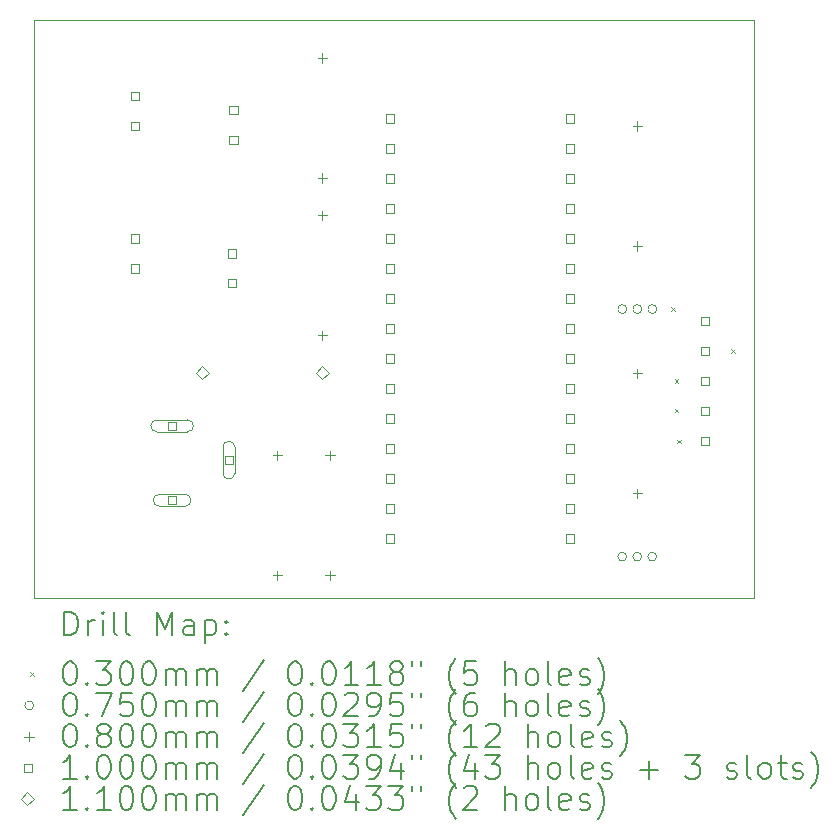
<source format=gbr>
%TF.GenerationSoftware,KiCad,Pcbnew,8.0.5*%
%TF.CreationDate,2025-02-06T11:14:04+08:00*%
%TF.ProjectId,arduino_solar_bikelight_1,61726475-696e-46f5-9f73-6f6c61725f62,rev?*%
%TF.SameCoordinates,Original*%
%TF.FileFunction,Drillmap*%
%TF.FilePolarity,Positive*%
%FSLAX45Y45*%
G04 Gerber Fmt 4.5, Leading zero omitted, Abs format (unit mm)*
G04 Created by KiCad (PCBNEW 8.0.5) date 2025-02-06 11:14:04*
%MOMM*%
%LPD*%
G01*
G04 APERTURE LIST*
%ADD10C,0.050000*%
%ADD11C,0.200000*%
%ADD12C,0.100000*%
%ADD13C,0.110000*%
G04 APERTURE END LIST*
D10*
X12674500Y-5839500D02*
X18774500Y-5839500D01*
X18774500Y-10739500D01*
X12674500Y-10739500D01*
X12674500Y-5839500D01*
D11*
D12*
X18069500Y-8275500D02*
X18099500Y-8305500D01*
X18099500Y-8275500D02*
X18069500Y-8305500D01*
X18099500Y-8884500D02*
X18129500Y-8914500D01*
X18129500Y-8884500D02*
X18099500Y-8914500D01*
X18099500Y-9134500D02*
X18129500Y-9164500D01*
X18129500Y-9134500D02*
X18099500Y-9164500D01*
X18119500Y-9394500D02*
X18149500Y-9424500D01*
X18149500Y-9394500D02*
X18119500Y-9424500D01*
X18579500Y-8629000D02*
X18609500Y-8659000D01*
X18609500Y-8629000D02*
X18579500Y-8659000D01*
X17693500Y-8290500D02*
G75*
G02*
X17618500Y-8290500I-37500J0D01*
G01*
X17618500Y-8290500D02*
G75*
G02*
X17693500Y-8290500I37500J0D01*
G01*
X17693500Y-10386000D02*
G75*
G02*
X17618500Y-10386000I-37500J0D01*
G01*
X17618500Y-10386000D02*
G75*
G02*
X17693500Y-10386000I37500J0D01*
G01*
X17820500Y-8290500D02*
G75*
G02*
X17745500Y-8290500I-37500J0D01*
G01*
X17745500Y-8290500D02*
G75*
G02*
X17820500Y-8290500I37500J0D01*
G01*
X17820500Y-10386000D02*
G75*
G02*
X17745500Y-10386000I-37500J0D01*
G01*
X17745500Y-10386000D02*
G75*
G02*
X17820500Y-10386000I37500J0D01*
G01*
X17947500Y-8290500D02*
G75*
G02*
X17872500Y-8290500I-37500J0D01*
G01*
X17872500Y-8290500D02*
G75*
G02*
X17947500Y-8290500I37500J0D01*
G01*
X17947500Y-10386000D02*
G75*
G02*
X17872500Y-10386000I-37500J0D01*
G01*
X17872500Y-10386000D02*
G75*
G02*
X17947500Y-10386000I37500J0D01*
G01*
X14735000Y-9488000D02*
X14735000Y-9568000D01*
X14695000Y-9528000D02*
X14775000Y-9528000D01*
X14735000Y-10504000D02*
X14735000Y-10584000D01*
X14695000Y-10544000D02*
X14775000Y-10544000D01*
X15116000Y-6122500D02*
X15116000Y-6202500D01*
X15076000Y-6162500D02*
X15156000Y-6162500D01*
X15116000Y-7138500D02*
X15116000Y-7218500D01*
X15076000Y-7178500D02*
X15156000Y-7178500D01*
X15116000Y-7456000D02*
X15116000Y-7536000D01*
X15076000Y-7496000D02*
X15156000Y-7496000D01*
X15116000Y-8472000D02*
X15116000Y-8552000D01*
X15076000Y-8512000D02*
X15156000Y-8512000D01*
X15179500Y-9488000D02*
X15179500Y-9568000D01*
X15139500Y-9528000D02*
X15219500Y-9528000D01*
X15179500Y-10504000D02*
X15179500Y-10584000D01*
X15139500Y-10544000D02*
X15219500Y-10544000D01*
X17783000Y-6699000D02*
X17783000Y-6779000D01*
X17743000Y-6739000D02*
X17823000Y-6739000D01*
X17783000Y-7715000D02*
X17783000Y-7795000D01*
X17743000Y-7755000D02*
X17823000Y-7755000D01*
X17783000Y-8794500D02*
X17783000Y-8874500D01*
X17743000Y-8834500D02*
X17823000Y-8834500D01*
X17783000Y-9810500D02*
X17783000Y-9890500D01*
X17743000Y-9850500D02*
X17823000Y-9850500D01*
X13563856Y-6520856D02*
X13563856Y-6450144D01*
X13493144Y-6450144D01*
X13493144Y-6520856D01*
X13563856Y-6520856D01*
X13563856Y-6774856D02*
X13563856Y-6704144D01*
X13493144Y-6704144D01*
X13493144Y-6774856D01*
X13563856Y-6774856D01*
X13563856Y-7727356D02*
X13563856Y-7656644D01*
X13493144Y-7656644D01*
X13493144Y-7727356D01*
X13563856Y-7727356D01*
X13563856Y-7981356D02*
X13563856Y-7910644D01*
X13493144Y-7910644D01*
X13493144Y-7981356D01*
X13563856Y-7981356D01*
X13879856Y-9314356D02*
X13879856Y-9243644D01*
X13809144Y-9243644D01*
X13809144Y-9314356D01*
X13879856Y-9314356D01*
X13714500Y-9329000D02*
X13974500Y-9329000D01*
X13974500Y-9229000D02*
G75*
G02*
X13974500Y-9329000I0J-50000D01*
G01*
X13974500Y-9229000D02*
X13714500Y-9229000D01*
X13714500Y-9229000D02*
G75*
G03*
X13714500Y-9329000I0J-50000D01*
G01*
X13879856Y-9944356D02*
X13879856Y-9873644D01*
X13809144Y-9873644D01*
X13809144Y-9944356D01*
X13879856Y-9944356D01*
X13734500Y-9959000D02*
X13954500Y-9959000D01*
X13954500Y-9859000D02*
G75*
G02*
X13954500Y-9959000I0J-50000D01*
G01*
X13954500Y-9859000D02*
X13734500Y-9859000D01*
X13734500Y-9859000D02*
G75*
G03*
X13734500Y-9959000I0J-50000D01*
G01*
X14359856Y-9604356D02*
X14359856Y-9533644D01*
X14289144Y-9533644D01*
X14289144Y-9604356D01*
X14359856Y-9604356D01*
X14274500Y-9459000D02*
X14274500Y-9679000D01*
X14374500Y-9679000D02*
G75*
G02*
X14274500Y-9679000I-50000J0D01*
G01*
X14374500Y-9679000D02*
X14374500Y-9459000D01*
X14374500Y-9459000D02*
G75*
G03*
X14274500Y-9459000I-50000J0D01*
G01*
X14389356Y-7853856D02*
X14389356Y-7783144D01*
X14318644Y-7783144D01*
X14318644Y-7853856D01*
X14389356Y-7853856D01*
X14389356Y-8103856D02*
X14389356Y-8033144D01*
X14318644Y-8033144D01*
X14318644Y-8103856D01*
X14389356Y-8103856D01*
X14400356Y-6642356D02*
X14400356Y-6571644D01*
X14329644Y-6571644D01*
X14329644Y-6642356D01*
X14400356Y-6642356D01*
X14400356Y-6892356D02*
X14400356Y-6821644D01*
X14329644Y-6821644D01*
X14329644Y-6892356D01*
X14400356Y-6892356D01*
X15722856Y-6710856D02*
X15722856Y-6640144D01*
X15652144Y-6640144D01*
X15652144Y-6710856D01*
X15722856Y-6710856D01*
X15722856Y-6964856D02*
X15722856Y-6894144D01*
X15652144Y-6894144D01*
X15652144Y-6964856D01*
X15722856Y-6964856D01*
X15722856Y-7218856D02*
X15722856Y-7148144D01*
X15652144Y-7148144D01*
X15652144Y-7218856D01*
X15722856Y-7218856D01*
X15722856Y-7472856D02*
X15722856Y-7402144D01*
X15652144Y-7402144D01*
X15652144Y-7472856D01*
X15722856Y-7472856D01*
X15722856Y-7726856D02*
X15722856Y-7656144D01*
X15652144Y-7656144D01*
X15652144Y-7726856D01*
X15722856Y-7726856D01*
X15722856Y-7980856D02*
X15722856Y-7910144D01*
X15652144Y-7910144D01*
X15652144Y-7980856D01*
X15722856Y-7980856D01*
X15722856Y-8234856D02*
X15722856Y-8164144D01*
X15652144Y-8164144D01*
X15652144Y-8234856D01*
X15722856Y-8234856D01*
X15722856Y-8488856D02*
X15722856Y-8418144D01*
X15652144Y-8418144D01*
X15652144Y-8488856D01*
X15722856Y-8488856D01*
X15722856Y-8742856D02*
X15722856Y-8672144D01*
X15652144Y-8672144D01*
X15652144Y-8742856D01*
X15722856Y-8742856D01*
X15722856Y-8996856D02*
X15722856Y-8926144D01*
X15652144Y-8926144D01*
X15652144Y-8996856D01*
X15722856Y-8996856D01*
X15722856Y-9250856D02*
X15722856Y-9180144D01*
X15652144Y-9180144D01*
X15652144Y-9250856D01*
X15722856Y-9250856D01*
X15722856Y-9504856D02*
X15722856Y-9434144D01*
X15652144Y-9434144D01*
X15652144Y-9504856D01*
X15722856Y-9504856D01*
X15722856Y-9758856D02*
X15722856Y-9688144D01*
X15652144Y-9688144D01*
X15652144Y-9758856D01*
X15722856Y-9758856D01*
X15722856Y-10012856D02*
X15722856Y-9942144D01*
X15652144Y-9942144D01*
X15652144Y-10012856D01*
X15722856Y-10012856D01*
X15722856Y-10266856D02*
X15722856Y-10196144D01*
X15652144Y-10196144D01*
X15652144Y-10266856D01*
X15722856Y-10266856D01*
X17246856Y-6710856D02*
X17246856Y-6640144D01*
X17176144Y-6640144D01*
X17176144Y-6710856D01*
X17246856Y-6710856D01*
X17246856Y-6964856D02*
X17246856Y-6894144D01*
X17176144Y-6894144D01*
X17176144Y-6964856D01*
X17246856Y-6964856D01*
X17246856Y-7218856D02*
X17246856Y-7148144D01*
X17176144Y-7148144D01*
X17176144Y-7218856D01*
X17246856Y-7218856D01*
X17246856Y-7472856D02*
X17246856Y-7402144D01*
X17176144Y-7402144D01*
X17176144Y-7472856D01*
X17246856Y-7472856D01*
X17246856Y-7726856D02*
X17246856Y-7656144D01*
X17176144Y-7656144D01*
X17176144Y-7726856D01*
X17246856Y-7726856D01*
X17246856Y-7980856D02*
X17246856Y-7910144D01*
X17176144Y-7910144D01*
X17176144Y-7980856D01*
X17246856Y-7980856D01*
X17246856Y-8234856D02*
X17246856Y-8164144D01*
X17176144Y-8164144D01*
X17176144Y-8234856D01*
X17246856Y-8234856D01*
X17246856Y-8488856D02*
X17246856Y-8418144D01*
X17176144Y-8418144D01*
X17176144Y-8488856D01*
X17246856Y-8488856D01*
X17246856Y-8742856D02*
X17246856Y-8672144D01*
X17176144Y-8672144D01*
X17176144Y-8742856D01*
X17246856Y-8742856D01*
X17246856Y-8996856D02*
X17246856Y-8926144D01*
X17176144Y-8926144D01*
X17176144Y-8996856D01*
X17246856Y-8996856D01*
X17246856Y-9250856D02*
X17246856Y-9180144D01*
X17176144Y-9180144D01*
X17176144Y-9250856D01*
X17246856Y-9250856D01*
X17246856Y-9504856D02*
X17246856Y-9434144D01*
X17176144Y-9434144D01*
X17176144Y-9504856D01*
X17246856Y-9504856D01*
X17246856Y-9758856D02*
X17246856Y-9688144D01*
X17176144Y-9688144D01*
X17176144Y-9758856D01*
X17246856Y-9758856D01*
X17246856Y-10012856D02*
X17246856Y-9942144D01*
X17176144Y-9942144D01*
X17176144Y-10012856D01*
X17246856Y-10012856D01*
X17246856Y-10266856D02*
X17246856Y-10196144D01*
X17176144Y-10196144D01*
X17176144Y-10266856D01*
X17246856Y-10266856D01*
X18389856Y-8425356D02*
X18389856Y-8354644D01*
X18319144Y-8354644D01*
X18319144Y-8425356D01*
X18389856Y-8425356D01*
X18389856Y-8679356D02*
X18389856Y-8608644D01*
X18319144Y-8608644D01*
X18319144Y-8679356D01*
X18389856Y-8679356D01*
X18389856Y-8933356D02*
X18389856Y-8862644D01*
X18319144Y-8862644D01*
X18319144Y-8933356D01*
X18389856Y-8933356D01*
X18389856Y-9187356D02*
X18389856Y-9116644D01*
X18319144Y-9116644D01*
X18319144Y-9187356D01*
X18389856Y-9187356D01*
X18389856Y-9441356D02*
X18389856Y-9370644D01*
X18319144Y-9370644D01*
X18319144Y-9441356D01*
X18389856Y-9441356D01*
D13*
X14100000Y-8884500D02*
X14155000Y-8829500D01*
X14100000Y-8774500D01*
X14045000Y-8829500D01*
X14100000Y-8884500D01*
X15116000Y-8884500D02*
X15171000Y-8829500D01*
X15116000Y-8774500D01*
X15061000Y-8829500D01*
X15116000Y-8884500D01*
D11*
X12932777Y-11053484D02*
X12932777Y-10853484D01*
X12932777Y-10853484D02*
X12980396Y-10853484D01*
X12980396Y-10853484D02*
X13008967Y-10863008D01*
X13008967Y-10863008D02*
X13028015Y-10882055D01*
X13028015Y-10882055D02*
X13037539Y-10901103D01*
X13037539Y-10901103D02*
X13047062Y-10939198D01*
X13047062Y-10939198D02*
X13047062Y-10967770D01*
X13047062Y-10967770D02*
X13037539Y-11005865D01*
X13037539Y-11005865D02*
X13028015Y-11024912D01*
X13028015Y-11024912D02*
X13008967Y-11043960D01*
X13008967Y-11043960D02*
X12980396Y-11053484D01*
X12980396Y-11053484D02*
X12932777Y-11053484D01*
X13132777Y-11053484D02*
X13132777Y-10920150D01*
X13132777Y-10958246D02*
X13142301Y-10939198D01*
X13142301Y-10939198D02*
X13151824Y-10929674D01*
X13151824Y-10929674D02*
X13170872Y-10920150D01*
X13170872Y-10920150D02*
X13189920Y-10920150D01*
X13256586Y-11053484D02*
X13256586Y-10920150D01*
X13256586Y-10853484D02*
X13247062Y-10863008D01*
X13247062Y-10863008D02*
X13256586Y-10872531D01*
X13256586Y-10872531D02*
X13266110Y-10863008D01*
X13266110Y-10863008D02*
X13256586Y-10853484D01*
X13256586Y-10853484D02*
X13256586Y-10872531D01*
X13380396Y-11053484D02*
X13361348Y-11043960D01*
X13361348Y-11043960D02*
X13351824Y-11024912D01*
X13351824Y-11024912D02*
X13351824Y-10853484D01*
X13485158Y-11053484D02*
X13466110Y-11043960D01*
X13466110Y-11043960D02*
X13456586Y-11024912D01*
X13456586Y-11024912D02*
X13456586Y-10853484D01*
X13713729Y-11053484D02*
X13713729Y-10853484D01*
X13713729Y-10853484D02*
X13780396Y-10996341D01*
X13780396Y-10996341D02*
X13847062Y-10853484D01*
X13847062Y-10853484D02*
X13847062Y-11053484D01*
X14028015Y-11053484D02*
X14028015Y-10948722D01*
X14028015Y-10948722D02*
X14018491Y-10929674D01*
X14018491Y-10929674D02*
X13999443Y-10920150D01*
X13999443Y-10920150D02*
X13961348Y-10920150D01*
X13961348Y-10920150D02*
X13942301Y-10929674D01*
X14028015Y-11043960D02*
X14008967Y-11053484D01*
X14008967Y-11053484D02*
X13961348Y-11053484D01*
X13961348Y-11053484D02*
X13942301Y-11043960D01*
X13942301Y-11043960D02*
X13932777Y-11024912D01*
X13932777Y-11024912D02*
X13932777Y-11005865D01*
X13932777Y-11005865D02*
X13942301Y-10986817D01*
X13942301Y-10986817D02*
X13961348Y-10977293D01*
X13961348Y-10977293D02*
X14008967Y-10977293D01*
X14008967Y-10977293D02*
X14028015Y-10967770D01*
X14123253Y-10920150D02*
X14123253Y-11120150D01*
X14123253Y-10929674D02*
X14142301Y-10920150D01*
X14142301Y-10920150D02*
X14180396Y-10920150D01*
X14180396Y-10920150D02*
X14199443Y-10929674D01*
X14199443Y-10929674D02*
X14208967Y-10939198D01*
X14208967Y-10939198D02*
X14218491Y-10958246D01*
X14218491Y-10958246D02*
X14218491Y-11015389D01*
X14218491Y-11015389D02*
X14208967Y-11034436D01*
X14208967Y-11034436D02*
X14199443Y-11043960D01*
X14199443Y-11043960D02*
X14180396Y-11053484D01*
X14180396Y-11053484D02*
X14142301Y-11053484D01*
X14142301Y-11053484D02*
X14123253Y-11043960D01*
X14304205Y-11034436D02*
X14313729Y-11043960D01*
X14313729Y-11043960D02*
X14304205Y-11053484D01*
X14304205Y-11053484D02*
X14294682Y-11043960D01*
X14294682Y-11043960D02*
X14304205Y-11034436D01*
X14304205Y-11034436D02*
X14304205Y-11053484D01*
X14304205Y-10929674D02*
X14313729Y-10939198D01*
X14313729Y-10939198D02*
X14304205Y-10948722D01*
X14304205Y-10948722D02*
X14294682Y-10939198D01*
X14294682Y-10939198D02*
X14304205Y-10929674D01*
X14304205Y-10929674D02*
X14304205Y-10948722D01*
D12*
X12642000Y-11367000D02*
X12672000Y-11397000D01*
X12672000Y-11367000D02*
X12642000Y-11397000D01*
D11*
X12970872Y-11273484D02*
X12989920Y-11273484D01*
X12989920Y-11273484D02*
X13008967Y-11283008D01*
X13008967Y-11283008D02*
X13018491Y-11292531D01*
X13018491Y-11292531D02*
X13028015Y-11311579D01*
X13028015Y-11311579D02*
X13037539Y-11349674D01*
X13037539Y-11349674D02*
X13037539Y-11397293D01*
X13037539Y-11397293D02*
X13028015Y-11435388D01*
X13028015Y-11435388D02*
X13018491Y-11454436D01*
X13018491Y-11454436D02*
X13008967Y-11463960D01*
X13008967Y-11463960D02*
X12989920Y-11473484D01*
X12989920Y-11473484D02*
X12970872Y-11473484D01*
X12970872Y-11473484D02*
X12951824Y-11463960D01*
X12951824Y-11463960D02*
X12942301Y-11454436D01*
X12942301Y-11454436D02*
X12932777Y-11435388D01*
X12932777Y-11435388D02*
X12923253Y-11397293D01*
X12923253Y-11397293D02*
X12923253Y-11349674D01*
X12923253Y-11349674D02*
X12932777Y-11311579D01*
X12932777Y-11311579D02*
X12942301Y-11292531D01*
X12942301Y-11292531D02*
X12951824Y-11283008D01*
X12951824Y-11283008D02*
X12970872Y-11273484D01*
X13123253Y-11454436D02*
X13132777Y-11463960D01*
X13132777Y-11463960D02*
X13123253Y-11473484D01*
X13123253Y-11473484D02*
X13113729Y-11463960D01*
X13113729Y-11463960D02*
X13123253Y-11454436D01*
X13123253Y-11454436D02*
X13123253Y-11473484D01*
X13199443Y-11273484D02*
X13323253Y-11273484D01*
X13323253Y-11273484D02*
X13256586Y-11349674D01*
X13256586Y-11349674D02*
X13285158Y-11349674D01*
X13285158Y-11349674D02*
X13304205Y-11359198D01*
X13304205Y-11359198D02*
X13313729Y-11368722D01*
X13313729Y-11368722D02*
X13323253Y-11387769D01*
X13323253Y-11387769D02*
X13323253Y-11435388D01*
X13323253Y-11435388D02*
X13313729Y-11454436D01*
X13313729Y-11454436D02*
X13304205Y-11463960D01*
X13304205Y-11463960D02*
X13285158Y-11473484D01*
X13285158Y-11473484D02*
X13228015Y-11473484D01*
X13228015Y-11473484D02*
X13208967Y-11463960D01*
X13208967Y-11463960D02*
X13199443Y-11454436D01*
X13447062Y-11273484D02*
X13466110Y-11273484D01*
X13466110Y-11273484D02*
X13485158Y-11283008D01*
X13485158Y-11283008D02*
X13494682Y-11292531D01*
X13494682Y-11292531D02*
X13504205Y-11311579D01*
X13504205Y-11311579D02*
X13513729Y-11349674D01*
X13513729Y-11349674D02*
X13513729Y-11397293D01*
X13513729Y-11397293D02*
X13504205Y-11435388D01*
X13504205Y-11435388D02*
X13494682Y-11454436D01*
X13494682Y-11454436D02*
X13485158Y-11463960D01*
X13485158Y-11463960D02*
X13466110Y-11473484D01*
X13466110Y-11473484D02*
X13447062Y-11473484D01*
X13447062Y-11473484D02*
X13428015Y-11463960D01*
X13428015Y-11463960D02*
X13418491Y-11454436D01*
X13418491Y-11454436D02*
X13408967Y-11435388D01*
X13408967Y-11435388D02*
X13399443Y-11397293D01*
X13399443Y-11397293D02*
X13399443Y-11349674D01*
X13399443Y-11349674D02*
X13408967Y-11311579D01*
X13408967Y-11311579D02*
X13418491Y-11292531D01*
X13418491Y-11292531D02*
X13428015Y-11283008D01*
X13428015Y-11283008D02*
X13447062Y-11273484D01*
X13637539Y-11273484D02*
X13656586Y-11273484D01*
X13656586Y-11273484D02*
X13675634Y-11283008D01*
X13675634Y-11283008D02*
X13685158Y-11292531D01*
X13685158Y-11292531D02*
X13694682Y-11311579D01*
X13694682Y-11311579D02*
X13704205Y-11349674D01*
X13704205Y-11349674D02*
X13704205Y-11397293D01*
X13704205Y-11397293D02*
X13694682Y-11435388D01*
X13694682Y-11435388D02*
X13685158Y-11454436D01*
X13685158Y-11454436D02*
X13675634Y-11463960D01*
X13675634Y-11463960D02*
X13656586Y-11473484D01*
X13656586Y-11473484D02*
X13637539Y-11473484D01*
X13637539Y-11473484D02*
X13618491Y-11463960D01*
X13618491Y-11463960D02*
X13608967Y-11454436D01*
X13608967Y-11454436D02*
X13599443Y-11435388D01*
X13599443Y-11435388D02*
X13589920Y-11397293D01*
X13589920Y-11397293D02*
X13589920Y-11349674D01*
X13589920Y-11349674D02*
X13599443Y-11311579D01*
X13599443Y-11311579D02*
X13608967Y-11292531D01*
X13608967Y-11292531D02*
X13618491Y-11283008D01*
X13618491Y-11283008D02*
X13637539Y-11273484D01*
X13789920Y-11473484D02*
X13789920Y-11340150D01*
X13789920Y-11359198D02*
X13799443Y-11349674D01*
X13799443Y-11349674D02*
X13818491Y-11340150D01*
X13818491Y-11340150D02*
X13847063Y-11340150D01*
X13847063Y-11340150D02*
X13866110Y-11349674D01*
X13866110Y-11349674D02*
X13875634Y-11368722D01*
X13875634Y-11368722D02*
X13875634Y-11473484D01*
X13875634Y-11368722D02*
X13885158Y-11349674D01*
X13885158Y-11349674D02*
X13904205Y-11340150D01*
X13904205Y-11340150D02*
X13932777Y-11340150D01*
X13932777Y-11340150D02*
X13951824Y-11349674D01*
X13951824Y-11349674D02*
X13961348Y-11368722D01*
X13961348Y-11368722D02*
X13961348Y-11473484D01*
X14056586Y-11473484D02*
X14056586Y-11340150D01*
X14056586Y-11359198D02*
X14066110Y-11349674D01*
X14066110Y-11349674D02*
X14085158Y-11340150D01*
X14085158Y-11340150D02*
X14113729Y-11340150D01*
X14113729Y-11340150D02*
X14132777Y-11349674D01*
X14132777Y-11349674D02*
X14142301Y-11368722D01*
X14142301Y-11368722D02*
X14142301Y-11473484D01*
X14142301Y-11368722D02*
X14151824Y-11349674D01*
X14151824Y-11349674D02*
X14170872Y-11340150D01*
X14170872Y-11340150D02*
X14199443Y-11340150D01*
X14199443Y-11340150D02*
X14218491Y-11349674D01*
X14218491Y-11349674D02*
X14228015Y-11368722D01*
X14228015Y-11368722D02*
X14228015Y-11473484D01*
X14618491Y-11263960D02*
X14447063Y-11521103D01*
X14875634Y-11273484D02*
X14894682Y-11273484D01*
X14894682Y-11273484D02*
X14913729Y-11283008D01*
X14913729Y-11283008D02*
X14923253Y-11292531D01*
X14923253Y-11292531D02*
X14932777Y-11311579D01*
X14932777Y-11311579D02*
X14942301Y-11349674D01*
X14942301Y-11349674D02*
X14942301Y-11397293D01*
X14942301Y-11397293D02*
X14932777Y-11435388D01*
X14932777Y-11435388D02*
X14923253Y-11454436D01*
X14923253Y-11454436D02*
X14913729Y-11463960D01*
X14913729Y-11463960D02*
X14894682Y-11473484D01*
X14894682Y-11473484D02*
X14875634Y-11473484D01*
X14875634Y-11473484D02*
X14856586Y-11463960D01*
X14856586Y-11463960D02*
X14847063Y-11454436D01*
X14847063Y-11454436D02*
X14837539Y-11435388D01*
X14837539Y-11435388D02*
X14828015Y-11397293D01*
X14828015Y-11397293D02*
X14828015Y-11349674D01*
X14828015Y-11349674D02*
X14837539Y-11311579D01*
X14837539Y-11311579D02*
X14847063Y-11292531D01*
X14847063Y-11292531D02*
X14856586Y-11283008D01*
X14856586Y-11283008D02*
X14875634Y-11273484D01*
X15028015Y-11454436D02*
X15037539Y-11463960D01*
X15037539Y-11463960D02*
X15028015Y-11473484D01*
X15028015Y-11473484D02*
X15018491Y-11463960D01*
X15018491Y-11463960D02*
X15028015Y-11454436D01*
X15028015Y-11454436D02*
X15028015Y-11473484D01*
X15161348Y-11273484D02*
X15180396Y-11273484D01*
X15180396Y-11273484D02*
X15199444Y-11283008D01*
X15199444Y-11283008D02*
X15208967Y-11292531D01*
X15208967Y-11292531D02*
X15218491Y-11311579D01*
X15218491Y-11311579D02*
X15228015Y-11349674D01*
X15228015Y-11349674D02*
X15228015Y-11397293D01*
X15228015Y-11397293D02*
X15218491Y-11435388D01*
X15218491Y-11435388D02*
X15208967Y-11454436D01*
X15208967Y-11454436D02*
X15199444Y-11463960D01*
X15199444Y-11463960D02*
X15180396Y-11473484D01*
X15180396Y-11473484D02*
X15161348Y-11473484D01*
X15161348Y-11473484D02*
X15142301Y-11463960D01*
X15142301Y-11463960D02*
X15132777Y-11454436D01*
X15132777Y-11454436D02*
X15123253Y-11435388D01*
X15123253Y-11435388D02*
X15113729Y-11397293D01*
X15113729Y-11397293D02*
X15113729Y-11349674D01*
X15113729Y-11349674D02*
X15123253Y-11311579D01*
X15123253Y-11311579D02*
X15132777Y-11292531D01*
X15132777Y-11292531D02*
X15142301Y-11283008D01*
X15142301Y-11283008D02*
X15161348Y-11273484D01*
X15418491Y-11473484D02*
X15304206Y-11473484D01*
X15361348Y-11473484D02*
X15361348Y-11273484D01*
X15361348Y-11273484D02*
X15342301Y-11302055D01*
X15342301Y-11302055D02*
X15323253Y-11321103D01*
X15323253Y-11321103D02*
X15304206Y-11330627D01*
X15608967Y-11473484D02*
X15494682Y-11473484D01*
X15551825Y-11473484D02*
X15551825Y-11273484D01*
X15551825Y-11273484D02*
X15532777Y-11302055D01*
X15532777Y-11302055D02*
X15513729Y-11321103D01*
X15513729Y-11321103D02*
X15494682Y-11330627D01*
X15723253Y-11359198D02*
X15704206Y-11349674D01*
X15704206Y-11349674D02*
X15694682Y-11340150D01*
X15694682Y-11340150D02*
X15685158Y-11321103D01*
X15685158Y-11321103D02*
X15685158Y-11311579D01*
X15685158Y-11311579D02*
X15694682Y-11292531D01*
X15694682Y-11292531D02*
X15704206Y-11283008D01*
X15704206Y-11283008D02*
X15723253Y-11273484D01*
X15723253Y-11273484D02*
X15761348Y-11273484D01*
X15761348Y-11273484D02*
X15780396Y-11283008D01*
X15780396Y-11283008D02*
X15789920Y-11292531D01*
X15789920Y-11292531D02*
X15799444Y-11311579D01*
X15799444Y-11311579D02*
X15799444Y-11321103D01*
X15799444Y-11321103D02*
X15789920Y-11340150D01*
X15789920Y-11340150D02*
X15780396Y-11349674D01*
X15780396Y-11349674D02*
X15761348Y-11359198D01*
X15761348Y-11359198D02*
X15723253Y-11359198D01*
X15723253Y-11359198D02*
X15704206Y-11368722D01*
X15704206Y-11368722D02*
X15694682Y-11378246D01*
X15694682Y-11378246D02*
X15685158Y-11397293D01*
X15685158Y-11397293D02*
X15685158Y-11435388D01*
X15685158Y-11435388D02*
X15694682Y-11454436D01*
X15694682Y-11454436D02*
X15704206Y-11463960D01*
X15704206Y-11463960D02*
X15723253Y-11473484D01*
X15723253Y-11473484D02*
X15761348Y-11473484D01*
X15761348Y-11473484D02*
X15780396Y-11463960D01*
X15780396Y-11463960D02*
X15789920Y-11454436D01*
X15789920Y-11454436D02*
X15799444Y-11435388D01*
X15799444Y-11435388D02*
X15799444Y-11397293D01*
X15799444Y-11397293D02*
X15789920Y-11378246D01*
X15789920Y-11378246D02*
X15780396Y-11368722D01*
X15780396Y-11368722D02*
X15761348Y-11359198D01*
X15875634Y-11273484D02*
X15875634Y-11311579D01*
X15951825Y-11273484D02*
X15951825Y-11311579D01*
X16247063Y-11549674D02*
X16237539Y-11540150D01*
X16237539Y-11540150D02*
X16218491Y-11511579D01*
X16218491Y-11511579D02*
X16208968Y-11492531D01*
X16208968Y-11492531D02*
X16199444Y-11463960D01*
X16199444Y-11463960D02*
X16189920Y-11416341D01*
X16189920Y-11416341D02*
X16189920Y-11378246D01*
X16189920Y-11378246D02*
X16199444Y-11330627D01*
X16199444Y-11330627D02*
X16208968Y-11302055D01*
X16208968Y-11302055D02*
X16218491Y-11283008D01*
X16218491Y-11283008D02*
X16237539Y-11254436D01*
X16237539Y-11254436D02*
X16247063Y-11244912D01*
X16418491Y-11273484D02*
X16323253Y-11273484D01*
X16323253Y-11273484D02*
X16313729Y-11368722D01*
X16313729Y-11368722D02*
X16323253Y-11359198D01*
X16323253Y-11359198D02*
X16342301Y-11349674D01*
X16342301Y-11349674D02*
X16389920Y-11349674D01*
X16389920Y-11349674D02*
X16408968Y-11359198D01*
X16408968Y-11359198D02*
X16418491Y-11368722D01*
X16418491Y-11368722D02*
X16428015Y-11387769D01*
X16428015Y-11387769D02*
X16428015Y-11435388D01*
X16428015Y-11435388D02*
X16418491Y-11454436D01*
X16418491Y-11454436D02*
X16408968Y-11463960D01*
X16408968Y-11463960D02*
X16389920Y-11473484D01*
X16389920Y-11473484D02*
X16342301Y-11473484D01*
X16342301Y-11473484D02*
X16323253Y-11463960D01*
X16323253Y-11463960D02*
X16313729Y-11454436D01*
X16666110Y-11473484D02*
X16666110Y-11273484D01*
X16751825Y-11473484D02*
X16751825Y-11368722D01*
X16751825Y-11368722D02*
X16742301Y-11349674D01*
X16742301Y-11349674D02*
X16723253Y-11340150D01*
X16723253Y-11340150D02*
X16694682Y-11340150D01*
X16694682Y-11340150D02*
X16675634Y-11349674D01*
X16675634Y-11349674D02*
X16666110Y-11359198D01*
X16875634Y-11473484D02*
X16856587Y-11463960D01*
X16856587Y-11463960D02*
X16847063Y-11454436D01*
X16847063Y-11454436D02*
X16837539Y-11435388D01*
X16837539Y-11435388D02*
X16837539Y-11378246D01*
X16837539Y-11378246D02*
X16847063Y-11359198D01*
X16847063Y-11359198D02*
X16856587Y-11349674D01*
X16856587Y-11349674D02*
X16875634Y-11340150D01*
X16875634Y-11340150D02*
X16904206Y-11340150D01*
X16904206Y-11340150D02*
X16923253Y-11349674D01*
X16923253Y-11349674D02*
X16932777Y-11359198D01*
X16932777Y-11359198D02*
X16942301Y-11378246D01*
X16942301Y-11378246D02*
X16942301Y-11435388D01*
X16942301Y-11435388D02*
X16932777Y-11454436D01*
X16932777Y-11454436D02*
X16923253Y-11463960D01*
X16923253Y-11463960D02*
X16904206Y-11473484D01*
X16904206Y-11473484D02*
X16875634Y-11473484D01*
X17056587Y-11473484D02*
X17037539Y-11463960D01*
X17037539Y-11463960D02*
X17028015Y-11444912D01*
X17028015Y-11444912D02*
X17028015Y-11273484D01*
X17208968Y-11463960D02*
X17189920Y-11473484D01*
X17189920Y-11473484D02*
X17151825Y-11473484D01*
X17151825Y-11473484D02*
X17132777Y-11463960D01*
X17132777Y-11463960D02*
X17123253Y-11444912D01*
X17123253Y-11444912D02*
X17123253Y-11368722D01*
X17123253Y-11368722D02*
X17132777Y-11349674D01*
X17132777Y-11349674D02*
X17151825Y-11340150D01*
X17151825Y-11340150D02*
X17189920Y-11340150D01*
X17189920Y-11340150D02*
X17208968Y-11349674D01*
X17208968Y-11349674D02*
X17218492Y-11368722D01*
X17218492Y-11368722D02*
X17218492Y-11387769D01*
X17218492Y-11387769D02*
X17123253Y-11406817D01*
X17294682Y-11463960D02*
X17313730Y-11473484D01*
X17313730Y-11473484D02*
X17351825Y-11473484D01*
X17351825Y-11473484D02*
X17370873Y-11463960D01*
X17370873Y-11463960D02*
X17380396Y-11444912D01*
X17380396Y-11444912D02*
X17380396Y-11435388D01*
X17380396Y-11435388D02*
X17370873Y-11416341D01*
X17370873Y-11416341D02*
X17351825Y-11406817D01*
X17351825Y-11406817D02*
X17323253Y-11406817D01*
X17323253Y-11406817D02*
X17304206Y-11397293D01*
X17304206Y-11397293D02*
X17294682Y-11378246D01*
X17294682Y-11378246D02*
X17294682Y-11368722D01*
X17294682Y-11368722D02*
X17304206Y-11349674D01*
X17304206Y-11349674D02*
X17323253Y-11340150D01*
X17323253Y-11340150D02*
X17351825Y-11340150D01*
X17351825Y-11340150D02*
X17370873Y-11349674D01*
X17447063Y-11549674D02*
X17456587Y-11540150D01*
X17456587Y-11540150D02*
X17475634Y-11511579D01*
X17475634Y-11511579D02*
X17485158Y-11492531D01*
X17485158Y-11492531D02*
X17494682Y-11463960D01*
X17494682Y-11463960D02*
X17504206Y-11416341D01*
X17504206Y-11416341D02*
X17504206Y-11378246D01*
X17504206Y-11378246D02*
X17494682Y-11330627D01*
X17494682Y-11330627D02*
X17485158Y-11302055D01*
X17485158Y-11302055D02*
X17475634Y-11283008D01*
X17475634Y-11283008D02*
X17456587Y-11254436D01*
X17456587Y-11254436D02*
X17447063Y-11244912D01*
D12*
X12672000Y-11646000D02*
G75*
G02*
X12597000Y-11646000I-37500J0D01*
G01*
X12597000Y-11646000D02*
G75*
G02*
X12672000Y-11646000I37500J0D01*
G01*
D11*
X12970872Y-11537484D02*
X12989920Y-11537484D01*
X12989920Y-11537484D02*
X13008967Y-11547008D01*
X13008967Y-11547008D02*
X13018491Y-11556531D01*
X13018491Y-11556531D02*
X13028015Y-11575579D01*
X13028015Y-11575579D02*
X13037539Y-11613674D01*
X13037539Y-11613674D02*
X13037539Y-11661293D01*
X13037539Y-11661293D02*
X13028015Y-11699388D01*
X13028015Y-11699388D02*
X13018491Y-11718436D01*
X13018491Y-11718436D02*
X13008967Y-11727960D01*
X13008967Y-11727960D02*
X12989920Y-11737484D01*
X12989920Y-11737484D02*
X12970872Y-11737484D01*
X12970872Y-11737484D02*
X12951824Y-11727960D01*
X12951824Y-11727960D02*
X12942301Y-11718436D01*
X12942301Y-11718436D02*
X12932777Y-11699388D01*
X12932777Y-11699388D02*
X12923253Y-11661293D01*
X12923253Y-11661293D02*
X12923253Y-11613674D01*
X12923253Y-11613674D02*
X12932777Y-11575579D01*
X12932777Y-11575579D02*
X12942301Y-11556531D01*
X12942301Y-11556531D02*
X12951824Y-11547008D01*
X12951824Y-11547008D02*
X12970872Y-11537484D01*
X13123253Y-11718436D02*
X13132777Y-11727960D01*
X13132777Y-11727960D02*
X13123253Y-11737484D01*
X13123253Y-11737484D02*
X13113729Y-11727960D01*
X13113729Y-11727960D02*
X13123253Y-11718436D01*
X13123253Y-11718436D02*
X13123253Y-11737484D01*
X13199443Y-11537484D02*
X13332777Y-11537484D01*
X13332777Y-11537484D02*
X13247062Y-11737484D01*
X13504205Y-11537484D02*
X13408967Y-11537484D01*
X13408967Y-11537484D02*
X13399443Y-11632722D01*
X13399443Y-11632722D02*
X13408967Y-11623198D01*
X13408967Y-11623198D02*
X13428015Y-11613674D01*
X13428015Y-11613674D02*
X13475634Y-11613674D01*
X13475634Y-11613674D02*
X13494682Y-11623198D01*
X13494682Y-11623198D02*
X13504205Y-11632722D01*
X13504205Y-11632722D02*
X13513729Y-11651769D01*
X13513729Y-11651769D02*
X13513729Y-11699388D01*
X13513729Y-11699388D02*
X13504205Y-11718436D01*
X13504205Y-11718436D02*
X13494682Y-11727960D01*
X13494682Y-11727960D02*
X13475634Y-11737484D01*
X13475634Y-11737484D02*
X13428015Y-11737484D01*
X13428015Y-11737484D02*
X13408967Y-11727960D01*
X13408967Y-11727960D02*
X13399443Y-11718436D01*
X13637539Y-11537484D02*
X13656586Y-11537484D01*
X13656586Y-11537484D02*
X13675634Y-11547008D01*
X13675634Y-11547008D02*
X13685158Y-11556531D01*
X13685158Y-11556531D02*
X13694682Y-11575579D01*
X13694682Y-11575579D02*
X13704205Y-11613674D01*
X13704205Y-11613674D02*
X13704205Y-11661293D01*
X13704205Y-11661293D02*
X13694682Y-11699388D01*
X13694682Y-11699388D02*
X13685158Y-11718436D01*
X13685158Y-11718436D02*
X13675634Y-11727960D01*
X13675634Y-11727960D02*
X13656586Y-11737484D01*
X13656586Y-11737484D02*
X13637539Y-11737484D01*
X13637539Y-11737484D02*
X13618491Y-11727960D01*
X13618491Y-11727960D02*
X13608967Y-11718436D01*
X13608967Y-11718436D02*
X13599443Y-11699388D01*
X13599443Y-11699388D02*
X13589920Y-11661293D01*
X13589920Y-11661293D02*
X13589920Y-11613674D01*
X13589920Y-11613674D02*
X13599443Y-11575579D01*
X13599443Y-11575579D02*
X13608967Y-11556531D01*
X13608967Y-11556531D02*
X13618491Y-11547008D01*
X13618491Y-11547008D02*
X13637539Y-11537484D01*
X13789920Y-11737484D02*
X13789920Y-11604150D01*
X13789920Y-11623198D02*
X13799443Y-11613674D01*
X13799443Y-11613674D02*
X13818491Y-11604150D01*
X13818491Y-11604150D02*
X13847063Y-11604150D01*
X13847063Y-11604150D02*
X13866110Y-11613674D01*
X13866110Y-11613674D02*
X13875634Y-11632722D01*
X13875634Y-11632722D02*
X13875634Y-11737484D01*
X13875634Y-11632722D02*
X13885158Y-11613674D01*
X13885158Y-11613674D02*
X13904205Y-11604150D01*
X13904205Y-11604150D02*
X13932777Y-11604150D01*
X13932777Y-11604150D02*
X13951824Y-11613674D01*
X13951824Y-11613674D02*
X13961348Y-11632722D01*
X13961348Y-11632722D02*
X13961348Y-11737484D01*
X14056586Y-11737484D02*
X14056586Y-11604150D01*
X14056586Y-11623198D02*
X14066110Y-11613674D01*
X14066110Y-11613674D02*
X14085158Y-11604150D01*
X14085158Y-11604150D02*
X14113729Y-11604150D01*
X14113729Y-11604150D02*
X14132777Y-11613674D01*
X14132777Y-11613674D02*
X14142301Y-11632722D01*
X14142301Y-11632722D02*
X14142301Y-11737484D01*
X14142301Y-11632722D02*
X14151824Y-11613674D01*
X14151824Y-11613674D02*
X14170872Y-11604150D01*
X14170872Y-11604150D02*
X14199443Y-11604150D01*
X14199443Y-11604150D02*
X14218491Y-11613674D01*
X14218491Y-11613674D02*
X14228015Y-11632722D01*
X14228015Y-11632722D02*
X14228015Y-11737484D01*
X14618491Y-11527960D02*
X14447063Y-11785103D01*
X14875634Y-11537484D02*
X14894682Y-11537484D01*
X14894682Y-11537484D02*
X14913729Y-11547008D01*
X14913729Y-11547008D02*
X14923253Y-11556531D01*
X14923253Y-11556531D02*
X14932777Y-11575579D01*
X14932777Y-11575579D02*
X14942301Y-11613674D01*
X14942301Y-11613674D02*
X14942301Y-11661293D01*
X14942301Y-11661293D02*
X14932777Y-11699388D01*
X14932777Y-11699388D02*
X14923253Y-11718436D01*
X14923253Y-11718436D02*
X14913729Y-11727960D01*
X14913729Y-11727960D02*
X14894682Y-11737484D01*
X14894682Y-11737484D02*
X14875634Y-11737484D01*
X14875634Y-11737484D02*
X14856586Y-11727960D01*
X14856586Y-11727960D02*
X14847063Y-11718436D01*
X14847063Y-11718436D02*
X14837539Y-11699388D01*
X14837539Y-11699388D02*
X14828015Y-11661293D01*
X14828015Y-11661293D02*
X14828015Y-11613674D01*
X14828015Y-11613674D02*
X14837539Y-11575579D01*
X14837539Y-11575579D02*
X14847063Y-11556531D01*
X14847063Y-11556531D02*
X14856586Y-11547008D01*
X14856586Y-11547008D02*
X14875634Y-11537484D01*
X15028015Y-11718436D02*
X15037539Y-11727960D01*
X15037539Y-11727960D02*
X15028015Y-11737484D01*
X15028015Y-11737484D02*
X15018491Y-11727960D01*
X15018491Y-11727960D02*
X15028015Y-11718436D01*
X15028015Y-11718436D02*
X15028015Y-11737484D01*
X15161348Y-11537484D02*
X15180396Y-11537484D01*
X15180396Y-11537484D02*
X15199444Y-11547008D01*
X15199444Y-11547008D02*
X15208967Y-11556531D01*
X15208967Y-11556531D02*
X15218491Y-11575579D01*
X15218491Y-11575579D02*
X15228015Y-11613674D01*
X15228015Y-11613674D02*
X15228015Y-11661293D01*
X15228015Y-11661293D02*
X15218491Y-11699388D01*
X15218491Y-11699388D02*
X15208967Y-11718436D01*
X15208967Y-11718436D02*
X15199444Y-11727960D01*
X15199444Y-11727960D02*
X15180396Y-11737484D01*
X15180396Y-11737484D02*
X15161348Y-11737484D01*
X15161348Y-11737484D02*
X15142301Y-11727960D01*
X15142301Y-11727960D02*
X15132777Y-11718436D01*
X15132777Y-11718436D02*
X15123253Y-11699388D01*
X15123253Y-11699388D02*
X15113729Y-11661293D01*
X15113729Y-11661293D02*
X15113729Y-11613674D01*
X15113729Y-11613674D02*
X15123253Y-11575579D01*
X15123253Y-11575579D02*
X15132777Y-11556531D01*
X15132777Y-11556531D02*
X15142301Y-11547008D01*
X15142301Y-11547008D02*
X15161348Y-11537484D01*
X15304206Y-11556531D02*
X15313729Y-11547008D01*
X15313729Y-11547008D02*
X15332777Y-11537484D01*
X15332777Y-11537484D02*
X15380396Y-11537484D01*
X15380396Y-11537484D02*
X15399444Y-11547008D01*
X15399444Y-11547008D02*
X15408967Y-11556531D01*
X15408967Y-11556531D02*
X15418491Y-11575579D01*
X15418491Y-11575579D02*
X15418491Y-11594627D01*
X15418491Y-11594627D02*
X15408967Y-11623198D01*
X15408967Y-11623198D02*
X15294682Y-11737484D01*
X15294682Y-11737484D02*
X15418491Y-11737484D01*
X15513729Y-11737484D02*
X15551825Y-11737484D01*
X15551825Y-11737484D02*
X15570872Y-11727960D01*
X15570872Y-11727960D02*
X15580396Y-11718436D01*
X15580396Y-11718436D02*
X15599444Y-11689865D01*
X15599444Y-11689865D02*
X15608967Y-11651769D01*
X15608967Y-11651769D02*
X15608967Y-11575579D01*
X15608967Y-11575579D02*
X15599444Y-11556531D01*
X15599444Y-11556531D02*
X15589920Y-11547008D01*
X15589920Y-11547008D02*
X15570872Y-11537484D01*
X15570872Y-11537484D02*
X15532777Y-11537484D01*
X15532777Y-11537484D02*
X15513729Y-11547008D01*
X15513729Y-11547008D02*
X15504206Y-11556531D01*
X15504206Y-11556531D02*
X15494682Y-11575579D01*
X15494682Y-11575579D02*
X15494682Y-11623198D01*
X15494682Y-11623198D02*
X15504206Y-11642246D01*
X15504206Y-11642246D02*
X15513729Y-11651769D01*
X15513729Y-11651769D02*
X15532777Y-11661293D01*
X15532777Y-11661293D02*
X15570872Y-11661293D01*
X15570872Y-11661293D02*
X15589920Y-11651769D01*
X15589920Y-11651769D02*
X15599444Y-11642246D01*
X15599444Y-11642246D02*
X15608967Y-11623198D01*
X15789920Y-11537484D02*
X15694682Y-11537484D01*
X15694682Y-11537484D02*
X15685158Y-11632722D01*
X15685158Y-11632722D02*
X15694682Y-11623198D01*
X15694682Y-11623198D02*
X15713729Y-11613674D01*
X15713729Y-11613674D02*
X15761348Y-11613674D01*
X15761348Y-11613674D02*
X15780396Y-11623198D01*
X15780396Y-11623198D02*
X15789920Y-11632722D01*
X15789920Y-11632722D02*
X15799444Y-11651769D01*
X15799444Y-11651769D02*
X15799444Y-11699388D01*
X15799444Y-11699388D02*
X15789920Y-11718436D01*
X15789920Y-11718436D02*
X15780396Y-11727960D01*
X15780396Y-11727960D02*
X15761348Y-11737484D01*
X15761348Y-11737484D02*
X15713729Y-11737484D01*
X15713729Y-11737484D02*
X15694682Y-11727960D01*
X15694682Y-11727960D02*
X15685158Y-11718436D01*
X15875634Y-11537484D02*
X15875634Y-11575579D01*
X15951825Y-11537484D02*
X15951825Y-11575579D01*
X16247063Y-11813674D02*
X16237539Y-11804150D01*
X16237539Y-11804150D02*
X16218491Y-11775579D01*
X16218491Y-11775579D02*
X16208968Y-11756531D01*
X16208968Y-11756531D02*
X16199444Y-11727960D01*
X16199444Y-11727960D02*
X16189920Y-11680341D01*
X16189920Y-11680341D02*
X16189920Y-11642246D01*
X16189920Y-11642246D02*
X16199444Y-11594627D01*
X16199444Y-11594627D02*
X16208968Y-11566055D01*
X16208968Y-11566055D02*
X16218491Y-11547008D01*
X16218491Y-11547008D02*
X16237539Y-11518436D01*
X16237539Y-11518436D02*
X16247063Y-11508912D01*
X16408968Y-11537484D02*
X16370872Y-11537484D01*
X16370872Y-11537484D02*
X16351825Y-11547008D01*
X16351825Y-11547008D02*
X16342301Y-11556531D01*
X16342301Y-11556531D02*
X16323253Y-11585103D01*
X16323253Y-11585103D02*
X16313729Y-11623198D01*
X16313729Y-11623198D02*
X16313729Y-11699388D01*
X16313729Y-11699388D02*
X16323253Y-11718436D01*
X16323253Y-11718436D02*
X16332777Y-11727960D01*
X16332777Y-11727960D02*
X16351825Y-11737484D01*
X16351825Y-11737484D02*
X16389920Y-11737484D01*
X16389920Y-11737484D02*
X16408968Y-11727960D01*
X16408968Y-11727960D02*
X16418491Y-11718436D01*
X16418491Y-11718436D02*
X16428015Y-11699388D01*
X16428015Y-11699388D02*
X16428015Y-11651769D01*
X16428015Y-11651769D02*
X16418491Y-11632722D01*
X16418491Y-11632722D02*
X16408968Y-11623198D01*
X16408968Y-11623198D02*
X16389920Y-11613674D01*
X16389920Y-11613674D02*
X16351825Y-11613674D01*
X16351825Y-11613674D02*
X16332777Y-11623198D01*
X16332777Y-11623198D02*
X16323253Y-11632722D01*
X16323253Y-11632722D02*
X16313729Y-11651769D01*
X16666110Y-11737484D02*
X16666110Y-11537484D01*
X16751825Y-11737484D02*
X16751825Y-11632722D01*
X16751825Y-11632722D02*
X16742301Y-11613674D01*
X16742301Y-11613674D02*
X16723253Y-11604150D01*
X16723253Y-11604150D02*
X16694682Y-11604150D01*
X16694682Y-11604150D02*
X16675634Y-11613674D01*
X16675634Y-11613674D02*
X16666110Y-11623198D01*
X16875634Y-11737484D02*
X16856587Y-11727960D01*
X16856587Y-11727960D02*
X16847063Y-11718436D01*
X16847063Y-11718436D02*
X16837539Y-11699388D01*
X16837539Y-11699388D02*
X16837539Y-11642246D01*
X16837539Y-11642246D02*
X16847063Y-11623198D01*
X16847063Y-11623198D02*
X16856587Y-11613674D01*
X16856587Y-11613674D02*
X16875634Y-11604150D01*
X16875634Y-11604150D02*
X16904206Y-11604150D01*
X16904206Y-11604150D02*
X16923253Y-11613674D01*
X16923253Y-11613674D02*
X16932777Y-11623198D01*
X16932777Y-11623198D02*
X16942301Y-11642246D01*
X16942301Y-11642246D02*
X16942301Y-11699388D01*
X16942301Y-11699388D02*
X16932777Y-11718436D01*
X16932777Y-11718436D02*
X16923253Y-11727960D01*
X16923253Y-11727960D02*
X16904206Y-11737484D01*
X16904206Y-11737484D02*
X16875634Y-11737484D01*
X17056587Y-11737484D02*
X17037539Y-11727960D01*
X17037539Y-11727960D02*
X17028015Y-11708912D01*
X17028015Y-11708912D02*
X17028015Y-11537484D01*
X17208968Y-11727960D02*
X17189920Y-11737484D01*
X17189920Y-11737484D02*
X17151825Y-11737484D01*
X17151825Y-11737484D02*
X17132777Y-11727960D01*
X17132777Y-11727960D02*
X17123253Y-11708912D01*
X17123253Y-11708912D02*
X17123253Y-11632722D01*
X17123253Y-11632722D02*
X17132777Y-11613674D01*
X17132777Y-11613674D02*
X17151825Y-11604150D01*
X17151825Y-11604150D02*
X17189920Y-11604150D01*
X17189920Y-11604150D02*
X17208968Y-11613674D01*
X17208968Y-11613674D02*
X17218492Y-11632722D01*
X17218492Y-11632722D02*
X17218492Y-11651769D01*
X17218492Y-11651769D02*
X17123253Y-11670817D01*
X17294682Y-11727960D02*
X17313730Y-11737484D01*
X17313730Y-11737484D02*
X17351825Y-11737484D01*
X17351825Y-11737484D02*
X17370873Y-11727960D01*
X17370873Y-11727960D02*
X17380396Y-11708912D01*
X17380396Y-11708912D02*
X17380396Y-11699388D01*
X17380396Y-11699388D02*
X17370873Y-11680341D01*
X17370873Y-11680341D02*
X17351825Y-11670817D01*
X17351825Y-11670817D02*
X17323253Y-11670817D01*
X17323253Y-11670817D02*
X17304206Y-11661293D01*
X17304206Y-11661293D02*
X17294682Y-11642246D01*
X17294682Y-11642246D02*
X17294682Y-11632722D01*
X17294682Y-11632722D02*
X17304206Y-11613674D01*
X17304206Y-11613674D02*
X17323253Y-11604150D01*
X17323253Y-11604150D02*
X17351825Y-11604150D01*
X17351825Y-11604150D02*
X17370873Y-11613674D01*
X17447063Y-11813674D02*
X17456587Y-11804150D01*
X17456587Y-11804150D02*
X17475634Y-11775579D01*
X17475634Y-11775579D02*
X17485158Y-11756531D01*
X17485158Y-11756531D02*
X17494682Y-11727960D01*
X17494682Y-11727960D02*
X17504206Y-11680341D01*
X17504206Y-11680341D02*
X17504206Y-11642246D01*
X17504206Y-11642246D02*
X17494682Y-11594627D01*
X17494682Y-11594627D02*
X17485158Y-11566055D01*
X17485158Y-11566055D02*
X17475634Y-11547008D01*
X17475634Y-11547008D02*
X17456587Y-11518436D01*
X17456587Y-11518436D02*
X17447063Y-11508912D01*
D12*
X12632000Y-11870000D02*
X12632000Y-11950000D01*
X12592000Y-11910000D02*
X12672000Y-11910000D01*
D11*
X12970872Y-11801484D02*
X12989920Y-11801484D01*
X12989920Y-11801484D02*
X13008967Y-11811008D01*
X13008967Y-11811008D02*
X13018491Y-11820531D01*
X13018491Y-11820531D02*
X13028015Y-11839579D01*
X13028015Y-11839579D02*
X13037539Y-11877674D01*
X13037539Y-11877674D02*
X13037539Y-11925293D01*
X13037539Y-11925293D02*
X13028015Y-11963388D01*
X13028015Y-11963388D02*
X13018491Y-11982436D01*
X13018491Y-11982436D02*
X13008967Y-11991960D01*
X13008967Y-11991960D02*
X12989920Y-12001484D01*
X12989920Y-12001484D02*
X12970872Y-12001484D01*
X12970872Y-12001484D02*
X12951824Y-11991960D01*
X12951824Y-11991960D02*
X12942301Y-11982436D01*
X12942301Y-11982436D02*
X12932777Y-11963388D01*
X12932777Y-11963388D02*
X12923253Y-11925293D01*
X12923253Y-11925293D02*
X12923253Y-11877674D01*
X12923253Y-11877674D02*
X12932777Y-11839579D01*
X12932777Y-11839579D02*
X12942301Y-11820531D01*
X12942301Y-11820531D02*
X12951824Y-11811008D01*
X12951824Y-11811008D02*
X12970872Y-11801484D01*
X13123253Y-11982436D02*
X13132777Y-11991960D01*
X13132777Y-11991960D02*
X13123253Y-12001484D01*
X13123253Y-12001484D02*
X13113729Y-11991960D01*
X13113729Y-11991960D02*
X13123253Y-11982436D01*
X13123253Y-11982436D02*
X13123253Y-12001484D01*
X13247062Y-11887198D02*
X13228015Y-11877674D01*
X13228015Y-11877674D02*
X13218491Y-11868150D01*
X13218491Y-11868150D02*
X13208967Y-11849103D01*
X13208967Y-11849103D02*
X13208967Y-11839579D01*
X13208967Y-11839579D02*
X13218491Y-11820531D01*
X13218491Y-11820531D02*
X13228015Y-11811008D01*
X13228015Y-11811008D02*
X13247062Y-11801484D01*
X13247062Y-11801484D02*
X13285158Y-11801484D01*
X13285158Y-11801484D02*
X13304205Y-11811008D01*
X13304205Y-11811008D02*
X13313729Y-11820531D01*
X13313729Y-11820531D02*
X13323253Y-11839579D01*
X13323253Y-11839579D02*
X13323253Y-11849103D01*
X13323253Y-11849103D02*
X13313729Y-11868150D01*
X13313729Y-11868150D02*
X13304205Y-11877674D01*
X13304205Y-11877674D02*
X13285158Y-11887198D01*
X13285158Y-11887198D02*
X13247062Y-11887198D01*
X13247062Y-11887198D02*
X13228015Y-11896722D01*
X13228015Y-11896722D02*
X13218491Y-11906246D01*
X13218491Y-11906246D02*
X13208967Y-11925293D01*
X13208967Y-11925293D02*
X13208967Y-11963388D01*
X13208967Y-11963388D02*
X13218491Y-11982436D01*
X13218491Y-11982436D02*
X13228015Y-11991960D01*
X13228015Y-11991960D02*
X13247062Y-12001484D01*
X13247062Y-12001484D02*
X13285158Y-12001484D01*
X13285158Y-12001484D02*
X13304205Y-11991960D01*
X13304205Y-11991960D02*
X13313729Y-11982436D01*
X13313729Y-11982436D02*
X13323253Y-11963388D01*
X13323253Y-11963388D02*
X13323253Y-11925293D01*
X13323253Y-11925293D02*
X13313729Y-11906246D01*
X13313729Y-11906246D02*
X13304205Y-11896722D01*
X13304205Y-11896722D02*
X13285158Y-11887198D01*
X13447062Y-11801484D02*
X13466110Y-11801484D01*
X13466110Y-11801484D02*
X13485158Y-11811008D01*
X13485158Y-11811008D02*
X13494682Y-11820531D01*
X13494682Y-11820531D02*
X13504205Y-11839579D01*
X13504205Y-11839579D02*
X13513729Y-11877674D01*
X13513729Y-11877674D02*
X13513729Y-11925293D01*
X13513729Y-11925293D02*
X13504205Y-11963388D01*
X13504205Y-11963388D02*
X13494682Y-11982436D01*
X13494682Y-11982436D02*
X13485158Y-11991960D01*
X13485158Y-11991960D02*
X13466110Y-12001484D01*
X13466110Y-12001484D02*
X13447062Y-12001484D01*
X13447062Y-12001484D02*
X13428015Y-11991960D01*
X13428015Y-11991960D02*
X13418491Y-11982436D01*
X13418491Y-11982436D02*
X13408967Y-11963388D01*
X13408967Y-11963388D02*
X13399443Y-11925293D01*
X13399443Y-11925293D02*
X13399443Y-11877674D01*
X13399443Y-11877674D02*
X13408967Y-11839579D01*
X13408967Y-11839579D02*
X13418491Y-11820531D01*
X13418491Y-11820531D02*
X13428015Y-11811008D01*
X13428015Y-11811008D02*
X13447062Y-11801484D01*
X13637539Y-11801484D02*
X13656586Y-11801484D01*
X13656586Y-11801484D02*
X13675634Y-11811008D01*
X13675634Y-11811008D02*
X13685158Y-11820531D01*
X13685158Y-11820531D02*
X13694682Y-11839579D01*
X13694682Y-11839579D02*
X13704205Y-11877674D01*
X13704205Y-11877674D02*
X13704205Y-11925293D01*
X13704205Y-11925293D02*
X13694682Y-11963388D01*
X13694682Y-11963388D02*
X13685158Y-11982436D01*
X13685158Y-11982436D02*
X13675634Y-11991960D01*
X13675634Y-11991960D02*
X13656586Y-12001484D01*
X13656586Y-12001484D02*
X13637539Y-12001484D01*
X13637539Y-12001484D02*
X13618491Y-11991960D01*
X13618491Y-11991960D02*
X13608967Y-11982436D01*
X13608967Y-11982436D02*
X13599443Y-11963388D01*
X13599443Y-11963388D02*
X13589920Y-11925293D01*
X13589920Y-11925293D02*
X13589920Y-11877674D01*
X13589920Y-11877674D02*
X13599443Y-11839579D01*
X13599443Y-11839579D02*
X13608967Y-11820531D01*
X13608967Y-11820531D02*
X13618491Y-11811008D01*
X13618491Y-11811008D02*
X13637539Y-11801484D01*
X13789920Y-12001484D02*
X13789920Y-11868150D01*
X13789920Y-11887198D02*
X13799443Y-11877674D01*
X13799443Y-11877674D02*
X13818491Y-11868150D01*
X13818491Y-11868150D02*
X13847063Y-11868150D01*
X13847063Y-11868150D02*
X13866110Y-11877674D01*
X13866110Y-11877674D02*
X13875634Y-11896722D01*
X13875634Y-11896722D02*
X13875634Y-12001484D01*
X13875634Y-11896722D02*
X13885158Y-11877674D01*
X13885158Y-11877674D02*
X13904205Y-11868150D01*
X13904205Y-11868150D02*
X13932777Y-11868150D01*
X13932777Y-11868150D02*
X13951824Y-11877674D01*
X13951824Y-11877674D02*
X13961348Y-11896722D01*
X13961348Y-11896722D02*
X13961348Y-12001484D01*
X14056586Y-12001484D02*
X14056586Y-11868150D01*
X14056586Y-11887198D02*
X14066110Y-11877674D01*
X14066110Y-11877674D02*
X14085158Y-11868150D01*
X14085158Y-11868150D02*
X14113729Y-11868150D01*
X14113729Y-11868150D02*
X14132777Y-11877674D01*
X14132777Y-11877674D02*
X14142301Y-11896722D01*
X14142301Y-11896722D02*
X14142301Y-12001484D01*
X14142301Y-11896722D02*
X14151824Y-11877674D01*
X14151824Y-11877674D02*
X14170872Y-11868150D01*
X14170872Y-11868150D02*
X14199443Y-11868150D01*
X14199443Y-11868150D02*
X14218491Y-11877674D01*
X14218491Y-11877674D02*
X14228015Y-11896722D01*
X14228015Y-11896722D02*
X14228015Y-12001484D01*
X14618491Y-11791960D02*
X14447063Y-12049103D01*
X14875634Y-11801484D02*
X14894682Y-11801484D01*
X14894682Y-11801484D02*
X14913729Y-11811008D01*
X14913729Y-11811008D02*
X14923253Y-11820531D01*
X14923253Y-11820531D02*
X14932777Y-11839579D01*
X14932777Y-11839579D02*
X14942301Y-11877674D01*
X14942301Y-11877674D02*
X14942301Y-11925293D01*
X14942301Y-11925293D02*
X14932777Y-11963388D01*
X14932777Y-11963388D02*
X14923253Y-11982436D01*
X14923253Y-11982436D02*
X14913729Y-11991960D01*
X14913729Y-11991960D02*
X14894682Y-12001484D01*
X14894682Y-12001484D02*
X14875634Y-12001484D01*
X14875634Y-12001484D02*
X14856586Y-11991960D01*
X14856586Y-11991960D02*
X14847063Y-11982436D01*
X14847063Y-11982436D02*
X14837539Y-11963388D01*
X14837539Y-11963388D02*
X14828015Y-11925293D01*
X14828015Y-11925293D02*
X14828015Y-11877674D01*
X14828015Y-11877674D02*
X14837539Y-11839579D01*
X14837539Y-11839579D02*
X14847063Y-11820531D01*
X14847063Y-11820531D02*
X14856586Y-11811008D01*
X14856586Y-11811008D02*
X14875634Y-11801484D01*
X15028015Y-11982436D02*
X15037539Y-11991960D01*
X15037539Y-11991960D02*
X15028015Y-12001484D01*
X15028015Y-12001484D02*
X15018491Y-11991960D01*
X15018491Y-11991960D02*
X15028015Y-11982436D01*
X15028015Y-11982436D02*
X15028015Y-12001484D01*
X15161348Y-11801484D02*
X15180396Y-11801484D01*
X15180396Y-11801484D02*
X15199444Y-11811008D01*
X15199444Y-11811008D02*
X15208967Y-11820531D01*
X15208967Y-11820531D02*
X15218491Y-11839579D01*
X15218491Y-11839579D02*
X15228015Y-11877674D01*
X15228015Y-11877674D02*
X15228015Y-11925293D01*
X15228015Y-11925293D02*
X15218491Y-11963388D01*
X15218491Y-11963388D02*
X15208967Y-11982436D01*
X15208967Y-11982436D02*
X15199444Y-11991960D01*
X15199444Y-11991960D02*
X15180396Y-12001484D01*
X15180396Y-12001484D02*
X15161348Y-12001484D01*
X15161348Y-12001484D02*
X15142301Y-11991960D01*
X15142301Y-11991960D02*
X15132777Y-11982436D01*
X15132777Y-11982436D02*
X15123253Y-11963388D01*
X15123253Y-11963388D02*
X15113729Y-11925293D01*
X15113729Y-11925293D02*
X15113729Y-11877674D01*
X15113729Y-11877674D02*
X15123253Y-11839579D01*
X15123253Y-11839579D02*
X15132777Y-11820531D01*
X15132777Y-11820531D02*
X15142301Y-11811008D01*
X15142301Y-11811008D02*
X15161348Y-11801484D01*
X15294682Y-11801484D02*
X15418491Y-11801484D01*
X15418491Y-11801484D02*
X15351825Y-11877674D01*
X15351825Y-11877674D02*
X15380396Y-11877674D01*
X15380396Y-11877674D02*
X15399444Y-11887198D01*
X15399444Y-11887198D02*
X15408967Y-11896722D01*
X15408967Y-11896722D02*
X15418491Y-11915769D01*
X15418491Y-11915769D02*
X15418491Y-11963388D01*
X15418491Y-11963388D02*
X15408967Y-11982436D01*
X15408967Y-11982436D02*
X15399444Y-11991960D01*
X15399444Y-11991960D02*
X15380396Y-12001484D01*
X15380396Y-12001484D02*
X15323253Y-12001484D01*
X15323253Y-12001484D02*
X15304206Y-11991960D01*
X15304206Y-11991960D02*
X15294682Y-11982436D01*
X15608967Y-12001484D02*
X15494682Y-12001484D01*
X15551825Y-12001484D02*
X15551825Y-11801484D01*
X15551825Y-11801484D02*
X15532777Y-11830055D01*
X15532777Y-11830055D02*
X15513729Y-11849103D01*
X15513729Y-11849103D02*
X15494682Y-11858627D01*
X15789920Y-11801484D02*
X15694682Y-11801484D01*
X15694682Y-11801484D02*
X15685158Y-11896722D01*
X15685158Y-11896722D02*
X15694682Y-11887198D01*
X15694682Y-11887198D02*
X15713729Y-11877674D01*
X15713729Y-11877674D02*
X15761348Y-11877674D01*
X15761348Y-11877674D02*
X15780396Y-11887198D01*
X15780396Y-11887198D02*
X15789920Y-11896722D01*
X15789920Y-11896722D02*
X15799444Y-11915769D01*
X15799444Y-11915769D02*
X15799444Y-11963388D01*
X15799444Y-11963388D02*
X15789920Y-11982436D01*
X15789920Y-11982436D02*
X15780396Y-11991960D01*
X15780396Y-11991960D02*
X15761348Y-12001484D01*
X15761348Y-12001484D02*
X15713729Y-12001484D01*
X15713729Y-12001484D02*
X15694682Y-11991960D01*
X15694682Y-11991960D02*
X15685158Y-11982436D01*
X15875634Y-11801484D02*
X15875634Y-11839579D01*
X15951825Y-11801484D02*
X15951825Y-11839579D01*
X16247063Y-12077674D02*
X16237539Y-12068150D01*
X16237539Y-12068150D02*
X16218491Y-12039579D01*
X16218491Y-12039579D02*
X16208968Y-12020531D01*
X16208968Y-12020531D02*
X16199444Y-11991960D01*
X16199444Y-11991960D02*
X16189920Y-11944341D01*
X16189920Y-11944341D02*
X16189920Y-11906246D01*
X16189920Y-11906246D02*
X16199444Y-11858627D01*
X16199444Y-11858627D02*
X16208968Y-11830055D01*
X16208968Y-11830055D02*
X16218491Y-11811008D01*
X16218491Y-11811008D02*
X16237539Y-11782436D01*
X16237539Y-11782436D02*
X16247063Y-11772912D01*
X16428015Y-12001484D02*
X16313729Y-12001484D01*
X16370872Y-12001484D02*
X16370872Y-11801484D01*
X16370872Y-11801484D02*
X16351825Y-11830055D01*
X16351825Y-11830055D02*
X16332777Y-11849103D01*
X16332777Y-11849103D02*
X16313729Y-11858627D01*
X16504206Y-11820531D02*
X16513729Y-11811008D01*
X16513729Y-11811008D02*
X16532777Y-11801484D01*
X16532777Y-11801484D02*
X16580396Y-11801484D01*
X16580396Y-11801484D02*
X16599444Y-11811008D01*
X16599444Y-11811008D02*
X16608968Y-11820531D01*
X16608968Y-11820531D02*
X16618491Y-11839579D01*
X16618491Y-11839579D02*
X16618491Y-11858627D01*
X16618491Y-11858627D02*
X16608968Y-11887198D01*
X16608968Y-11887198D02*
X16494682Y-12001484D01*
X16494682Y-12001484D02*
X16618491Y-12001484D01*
X16856587Y-12001484D02*
X16856587Y-11801484D01*
X16942301Y-12001484D02*
X16942301Y-11896722D01*
X16942301Y-11896722D02*
X16932777Y-11877674D01*
X16932777Y-11877674D02*
X16913730Y-11868150D01*
X16913730Y-11868150D02*
X16885158Y-11868150D01*
X16885158Y-11868150D02*
X16866111Y-11877674D01*
X16866111Y-11877674D02*
X16856587Y-11887198D01*
X17066111Y-12001484D02*
X17047063Y-11991960D01*
X17047063Y-11991960D02*
X17037539Y-11982436D01*
X17037539Y-11982436D02*
X17028015Y-11963388D01*
X17028015Y-11963388D02*
X17028015Y-11906246D01*
X17028015Y-11906246D02*
X17037539Y-11887198D01*
X17037539Y-11887198D02*
X17047063Y-11877674D01*
X17047063Y-11877674D02*
X17066111Y-11868150D01*
X17066111Y-11868150D02*
X17094682Y-11868150D01*
X17094682Y-11868150D02*
X17113730Y-11877674D01*
X17113730Y-11877674D02*
X17123253Y-11887198D01*
X17123253Y-11887198D02*
X17132777Y-11906246D01*
X17132777Y-11906246D02*
X17132777Y-11963388D01*
X17132777Y-11963388D02*
X17123253Y-11982436D01*
X17123253Y-11982436D02*
X17113730Y-11991960D01*
X17113730Y-11991960D02*
X17094682Y-12001484D01*
X17094682Y-12001484D02*
X17066111Y-12001484D01*
X17247063Y-12001484D02*
X17228015Y-11991960D01*
X17228015Y-11991960D02*
X17218492Y-11972912D01*
X17218492Y-11972912D02*
X17218492Y-11801484D01*
X17399444Y-11991960D02*
X17380396Y-12001484D01*
X17380396Y-12001484D02*
X17342301Y-12001484D01*
X17342301Y-12001484D02*
X17323253Y-11991960D01*
X17323253Y-11991960D02*
X17313730Y-11972912D01*
X17313730Y-11972912D02*
X17313730Y-11896722D01*
X17313730Y-11896722D02*
X17323253Y-11877674D01*
X17323253Y-11877674D02*
X17342301Y-11868150D01*
X17342301Y-11868150D02*
X17380396Y-11868150D01*
X17380396Y-11868150D02*
X17399444Y-11877674D01*
X17399444Y-11877674D02*
X17408968Y-11896722D01*
X17408968Y-11896722D02*
X17408968Y-11915769D01*
X17408968Y-11915769D02*
X17313730Y-11934817D01*
X17485158Y-11991960D02*
X17504206Y-12001484D01*
X17504206Y-12001484D02*
X17542301Y-12001484D01*
X17542301Y-12001484D02*
X17561349Y-11991960D01*
X17561349Y-11991960D02*
X17570873Y-11972912D01*
X17570873Y-11972912D02*
X17570873Y-11963388D01*
X17570873Y-11963388D02*
X17561349Y-11944341D01*
X17561349Y-11944341D02*
X17542301Y-11934817D01*
X17542301Y-11934817D02*
X17513730Y-11934817D01*
X17513730Y-11934817D02*
X17494682Y-11925293D01*
X17494682Y-11925293D02*
X17485158Y-11906246D01*
X17485158Y-11906246D02*
X17485158Y-11896722D01*
X17485158Y-11896722D02*
X17494682Y-11877674D01*
X17494682Y-11877674D02*
X17513730Y-11868150D01*
X17513730Y-11868150D02*
X17542301Y-11868150D01*
X17542301Y-11868150D02*
X17561349Y-11877674D01*
X17637539Y-12077674D02*
X17647063Y-12068150D01*
X17647063Y-12068150D02*
X17666111Y-12039579D01*
X17666111Y-12039579D02*
X17675634Y-12020531D01*
X17675634Y-12020531D02*
X17685158Y-11991960D01*
X17685158Y-11991960D02*
X17694682Y-11944341D01*
X17694682Y-11944341D02*
X17694682Y-11906246D01*
X17694682Y-11906246D02*
X17685158Y-11858627D01*
X17685158Y-11858627D02*
X17675634Y-11830055D01*
X17675634Y-11830055D02*
X17666111Y-11811008D01*
X17666111Y-11811008D02*
X17647063Y-11782436D01*
X17647063Y-11782436D02*
X17637539Y-11772912D01*
D12*
X12657356Y-12209356D02*
X12657356Y-12138644D01*
X12586644Y-12138644D01*
X12586644Y-12209356D01*
X12657356Y-12209356D01*
D11*
X13037539Y-12265484D02*
X12923253Y-12265484D01*
X12980396Y-12265484D02*
X12980396Y-12065484D01*
X12980396Y-12065484D02*
X12961348Y-12094055D01*
X12961348Y-12094055D02*
X12942301Y-12113103D01*
X12942301Y-12113103D02*
X12923253Y-12122627D01*
X13123253Y-12246436D02*
X13132777Y-12255960D01*
X13132777Y-12255960D02*
X13123253Y-12265484D01*
X13123253Y-12265484D02*
X13113729Y-12255960D01*
X13113729Y-12255960D02*
X13123253Y-12246436D01*
X13123253Y-12246436D02*
X13123253Y-12265484D01*
X13256586Y-12065484D02*
X13275634Y-12065484D01*
X13275634Y-12065484D02*
X13294682Y-12075008D01*
X13294682Y-12075008D02*
X13304205Y-12084531D01*
X13304205Y-12084531D02*
X13313729Y-12103579D01*
X13313729Y-12103579D02*
X13323253Y-12141674D01*
X13323253Y-12141674D02*
X13323253Y-12189293D01*
X13323253Y-12189293D02*
X13313729Y-12227388D01*
X13313729Y-12227388D02*
X13304205Y-12246436D01*
X13304205Y-12246436D02*
X13294682Y-12255960D01*
X13294682Y-12255960D02*
X13275634Y-12265484D01*
X13275634Y-12265484D02*
X13256586Y-12265484D01*
X13256586Y-12265484D02*
X13237539Y-12255960D01*
X13237539Y-12255960D02*
X13228015Y-12246436D01*
X13228015Y-12246436D02*
X13218491Y-12227388D01*
X13218491Y-12227388D02*
X13208967Y-12189293D01*
X13208967Y-12189293D02*
X13208967Y-12141674D01*
X13208967Y-12141674D02*
X13218491Y-12103579D01*
X13218491Y-12103579D02*
X13228015Y-12084531D01*
X13228015Y-12084531D02*
X13237539Y-12075008D01*
X13237539Y-12075008D02*
X13256586Y-12065484D01*
X13447062Y-12065484D02*
X13466110Y-12065484D01*
X13466110Y-12065484D02*
X13485158Y-12075008D01*
X13485158Y-12075008D02*
X13494682Y-12084531D01*
X13494682Y-12084531D02*
X13504205Y-12103579D01*
X13504205Y-12103579D02*
X13513729Y-12141674D01*
X13513729Y-12141674D02*
X13513729Y-12189293D01*
X13513729Y-12189293D02*
X13504205Y-12227388D01*
X13504205Y-12227388D02*
X13494682Y-12246436D01*
X13494682Y-12246436D02*
X13485158Y-12255960D01*
X13485158Y-12255960D02*
X13466110Y-12265484D01*
X13466110Y-12265484D02*
X13447062Y-12265484D01*
X13447062Y-12265484D02*
X13428015Y-12255960D01*
X13428015Y-12255960D02*
X13418491Y-12246436D01*
X13418491Y-12246436D02*
X13408967Y-12227388D01*
X13408967Y-12227388D02*
X13399443Y-12189293D01*
X13399443Y-12189293D02*
X13399443Y-12141674D01*
X13399443Y-12141674D02*
X13408967Y-12103579D01*
X13408967Y-12103579D02*
X13418491Y-12084531D01*
X13418491Y-12084531D02*
X13428015Y-12075008D01*
X13428015Y-12075008D02*
X13447062Y-12065484D01*
X13637539Y-12065484D02*
X13656586Y-12065484D01*
X13656586Y-12065484D02*
X13675634Y-12075008D01*
X13675634Y-12075008D02*
X13685158Y-12084531D01*
X13685158Y-12084531D02*
X13694682Y-12103579D01*
X13694682Y-12103579D02*
X13704205Y-12141674D01*
X13704205Y-12141674D02*
X13704205Y-12189293D01*
X13704205Y-12189293D02*
X13694682Y-12227388D01*
X13694682Y-12227388D02*
X13685158Y-12246436D01*
X13685158Y-12246436D02*
X13675634Y-12255960D01*
X13675634Y-12255960D02*
X13656586Y-12265484D01*
X13656586Y-12265484D02*
X13637539Y-12265484D01*
X13637539Y-12265484D02*
X13618491Y-12255960D01*
X13618491Y-12255960D02*
X13608967Y-12246436D01*
X13608967Y-12246436D02*
X13599443Y-12227388D01*
X13599443Y-12227388D02*
X13589920Y-12189293D01*
X13589920Y-12189293D02*
X13589920Y-12141674D01*
X13589920Y-12141674D02*
X13599443Y-12103579D01*
X13599443Y-12103579D02*
X13608967Y-12084531D01*
X13608967Y-12084531D02*
X13618491Y-12075008D01*
X13618491Y-12075008D02*
X13637539Y-12065484D01*
X13789920Y-12265484D02*
X13789920Y-12132150D01*
X13789920Y-12151198D02*
X13799443Y-12141674D01*
X13799443Y-12141674D02*
X13818491Y-12132150D01*
X13818491Y-12132150D02*
X13847063Y-12132150D01*
X13847063Y-12132150D02*
X13866110Y-12141674D01*
X13866110Y-12141674D02*
X13875634Y-12160722D01*
X13875634Y-12160722D02*
X13875634Y-12265484D01*
X13875634Y-12160722D02*
X13885158Y-12141674D01*
X13885158Y-12141674D02*
X13904205Y-12132150D01*
X13904205Y-12132150D02*
X13932777Y-12132150D01*
X13932777Y-12132150D02*
X13951824Y-12141674D01*
X13951824Y-12141674D02*
X13961348Y-12160722D01*
X13961348Y-12160722D02*
X13961348Y-12265484D01*
X14056586Y-12265484D02*
X14056586Y-12132150D01*
X14056586Y-12151198D02*
X14066110Y-12141674D01*
X14066110Y-12141674D02*
X14085158Y-12132150D01*
X14085158Y-12132150D02*
X14113729Y-12132150D01*
X14113729Y-12132150D02*
X14132777Y-12141674D01*
X14132777Y-12141674D02*
X14142301Y-12160722D01*
X14142301Y-12160722D02*
X14142301Y-12265484D01*
X14142301Y-12160722D02*
X14151824Y-12141674D01*
X14151824Y-12141674D02*
X14170872Y-12132150D01*
X14170872Y-12132150D02*
X14199443Y-12132150D01*
X14199443Y-12132150D02*
X14218491Y-12141674D01*
X14218491Y-12141674D02*
X14228015Y-12160722D01*
X14228015Y-12160722D02*
X14228015Y-12265484D01*
X14618491Y-12055960D02*
X14447063Y-12313103D01*
X14875634Y-12065484D02*
X14894682Y-12065484D01*
X14894682Y-12065484D02*
X14913729Y-12075008D01*
X14913729Y-12075008D02*
X14923253Y-12084531D01*
X14923253Y-12084531D02*
X14932777Y-12103579D01*
X14932777Y-12103579D02*
X14942301Y-12141674D01*
X14942301Y-12141674D02*
X14942301Y-12189293D01*
X14942301Y-12189293D02*
X14932777Y-12227388D01*
X14932777Y-12227388D02*
X14923253Y-12246436D01*
X14923253Y-12246436D02*
X14913729Y-12255960D01*
X14913729Y-12255960D02*
X14894682Y-12265484D01*
X14894682Y-12265484D02*
X14875634Y-12265484D01*
X14875634Y-12265484D02*
X14856586Y-12255960D01*
X14856586Y-12255960D02*
X14847063Y-12246436D01*
X14847063Y-12246436D02*
X14837539Y-12227388D01*
X14837539Y-12227388D02*
X14828015Y-12189293D01*
X14828015Y-12189293D02*
X14828015Y-12141674D01*
X14828015Y-12141674D02*
X14837539Y-12103579D01*
X14837539Y-12103579D02*
X14847063Y-12084531D01*
X14847063Y-12084531D02*
X14856586Y-12075008D01*
X14856586Y-12075008D02*
X14875634Y-12065484D01*
X15028015Y-12246436D02*
X15037539Y-12255960D01*
X15037539Y-12255960D02*
X15028015Y-12265484D01*
X15028015Y-12265484D02*
X15018491Y-12255960D01*
X15018491Y-12255960D02*
X15028015Y-12246436D01*
X15028015Y-12246436D02*
X15028015Y-12265484D01*
X15161348Y-12065484D02*
X15180396Y-12065484D01*
X15180396Y-12065484D02*
X15199444Y-12075008D01*
X15199444Y-12075008D02*
X15208967Y-12084531D01*
X15208967Y-12084531D02*
X15218491Y-12103579D01*
X15218491Y-12103579D02*
X15228015Y-12141674D01*
X15228015Y-12141674D02*
X15228015Y-12189293D01*
X15228015Y-12189293D02*
X15218491Y-12227388D01*
X15218491Y-12227388D02*
X15208967Y-12246436D01*
X15208967Y-12246436D02*
X15199444Y-12255960D01*
X15199444Y-12255960D02*
X15180396Y-12265484D01*
X15180396Y-12265484D02*
X15161348Y-12265484D01*
X15161348Y-12265484D02*
X15142301Y-12255960D01*
X15142301Y-12255960D02*
X15132777Y-12246436D01*
X15132777Y-12246436D02*
X15123253Y-12227388D01*
X15123253Y-12227388D02*
X15113729Y-12189293D01*
X15113729Y-12189293D02*
X15113729Y-12141674D01*
X15113729Y-12141674D02*
X15123253Y-12103579D01*
X15123253Y-12103579D02*
X15132777Y-12084531D01*
X15132777Y-12084531D02*
X15142301Y-12075008D01*
X15142301Y-12075008D02*
X15161348Y-12065484D01*
X15294682Y-12065484D02*
X15418491Y-12065484D01*
X15418491Y-12065484D02*
X15351825Y-12141674D01*
X15351825Y-12141674D02*
X15380396Y-12141674D01*
X15380396Y-12141674D02*
X15399444Y-12151198D01*
X15399444Y-12151198D02*
X15408967Y-12160722D01*
X15408967Y-12160722D02*
X15418491Y-12179769D01*
X15418491Y-12179769D02*
X15418491Y-12227388D01*
X15418491Y-12227388D02*
X15408967Y-12246436D01*
X15408967Y-12246436D02*
X15399444Y-12255960D01*
X15399444Y-12255960D02*
X15380396Y-12265484D01*
X15380396Y-12265484D02*
X15323253Y-12265484D01*
X15323253Y-12265484D02*
X15304206Y-12255960D01*
X15304206Y-12255960D02*
X15294682Y-12246436D01*
X15513729Y-12265484D02*
X15551825Y-12265484D01*
X15551825Y-12265484D02*
X15570872Y-12255960D01*
X15570872Y-12255960D02*
X15580396Y-12246436D01*
X15580396Y-12246436D02*
X15599444Y-12217865D01*
X15599444Y-12217865D02*
X15608967Y-12179769D01*
X15608967Y-12179769D02*
X15608967Y-12103579D01*
X15608967Y-12103579D02*
X15599444Y-12084531D01*
X15599444Y-12084531D02*
X15589920Y-12075008D01*
X15589920Y-12075008D02*
X15570872Y-12065484D01*
X15570872Y-12065484D02*
X15532777Y-12065484D01*
X15532777Y-12065484D02*
X15513729Y-12075008D01*
X15513729Y-12075008D02*
X15504206Y-12084531D01*
X15504206Y-12084531D02*
X15494682Y-12103579D01*
X15494682Y-12103579D02*
X15494682Y-12151198D01*
X15494682Y-12151198D02*
X15504206Y-12170246D01*
X15504206Y-12170246D02*
X15513729Y-12179769D01*
X15513729Y-12179769D02*
X15532777Y-12189293D01*
X15532777Y-12189293D02*
X15570872Y-12189293D01*
X15570872Y-12189293D02*
X15589920Y-12179769D01*
X15589920Y-12179769D02*
X15599444Y-12170246D01*
X15599444Y-12170246D02*
X15608967Y-12151198D01*
X15780396Y-12132150D02*
X15780396Y-12265484D01*
X15732777Y-12055960D02*
X15685158Y-12198817D01*
X15685158Y-12198817D02*
X15808967Y-12198817D01*
X15875634Y-12065484D02*
X15875634Y-12103579D01*
X15951825Y-12065484D02*
X15951825Y-12103579D01*
X16247063Y-12341674D02*
X16237539Y-12332150D01*
X16237539Y-12332150D02*
X16218491Y-12303579D01*
X16218491Y-12303579D02*
X16208968Y-12284531D01*
X16208968Y-12284531D02*
X16199444Y-12255960D01*
X16199444Y-12255960D02*
X16189920Y-12208341D01*
X16189920Y-12208341D02*
X16189920Y-12170246D01*
X16189920Y-12170246D02*
X16199444Y-12122627D01*
X16199444Y-12122627D02*
X16208968Y-12094055D01*
X16208968Y-12094055D02*
X16218491Y-12075008D01*
X16218491Y-12075008D02*
X16237539Y-12046436D01*
X16237539Y-12046436D02*
X16247063Y-12036912D01*
X16408968Y-12132150D02*
X16408968Y-12265484D01*
X16361348Y-12055960D02*
X16313729Y-12198817D01*
X16313729Y-12198817D02*
X16437539Y-12198817D01*
X16494682Y-12065484D02*
X16618491Y-12065484D01*
X16618491Y-12065484D02*
X16551825Y-12141674D01*
X16551825Y-12141674D02*
X16580396Y-12141674D01*
X16580396Y-12141674D02*
X16599444Y-12151198D01*
X16599444Y-12151198D02*
X16608968Y-12160722D01*
X16608968Y-12160722D02*
X16618491Y-12179769D01*
X16618491Y-12179769D02*
X16618491Y-12227388D01*
X16618491Y-12227388D02*
X16608968Y-12246436D01*
X16608968Y-12246436D02*
X16599444Y-12255960D01*
X16599444Y-12255960D02*
X16580396Y-12265484D01*
X16580396Y-12265484D02*
X16523253Y-12265484D01*
X16523253Y-12265484D02*
X16504206Y-12255960D01*
X16504206Y-12255960D02*
X16494682Y-12246436D01*
X16856587Y-12265484D02*
X16856587Y-12065484D01*
X16942301Y-12265484D02*
X16942301Y-12160722D01*
X16942301Y-12160722D02*
X16932777Y-12141674D01*
X16932777Y-12141674D02*
X16913730Y-12132150D01*
X16913730Y-12132150D02*
X16885158Y-12132150D01*
X16885158Y-12132150D02*
X16866111Y-12141674D01*
X16866111Y-12141674D02*
X16856587Y-12151198D01*
X17066111Y-12265484D02*
X17047063Y-12255960D01*
X17047063Y-12255960D02*
X17037539Y-12246436D01*
X17037539Y-12246436D02*
X17028015Y-12227388D01*
X17028015Y-12227388D02*
X17028015Y-12170246D01*
X17028015Y-12170246D02*
X17037539Y-12151198D01*
X17037539Y-12151198D02*
X17047063Y-12141674D01*
X17047063Y-12141674D02*
X17066111Y-12132150D01*
X17066111Y-12132150D02*
X17094682Y-12132150D01*
X17094682Y-12132150D02*
X17113730Y-12141674D01*
X17113730Y-12141674D02*
X17123253Y-12151198D01*
X17123253Y-12151198D02*
X17132777Y-12170246D01*
X17132777Y-12170246D02*
X17132777Y-12227388D01*
X17132777Y-12227388D02*
X17123253Y-12246436D01*
X17123253Y-12246436D02*
X17113730Y-12255960D01*
X17113730Y-12255960D02*
X17094682Y-12265484D01*
X17094682Y-12265484D02*
X17066111Y-12265484D01*
X17247063Y-12265484D02*
X17228015Y-12255960D01*
X17228015Y-12255960D02*
X17218492Y-12236912D01*
X17218492Y-12236912D02*
X17218492Y-12065484D01*
X17399444Y-12255960D02*
X17380396Y-12265484D01*
X17380396Y-12265484D02*
X17342301Y-12265484D01*
X17342301Y-12265484D02*
X17323253Y-12255960D01*
X17323253Y-12255960D02*
X17313730Y-12236912D01*
X17313730Y-12236912D02*
X17313730Y-12160722D01*
X17313730Y-12160722D02*
X17323253Y-12141674D01*
X17323253Y-12141674D02*
X17342301Y-12132150D01*
X17342301Y-12132150D02*
X17380396Y-12132150D01*
X17380396Y-12132150D02*
X17399444Y-12141674D01*
X17399444Y-12141674D02*
X17408968Y-12160722D01*
X17408968Y-12160722D02*
X17408968Y-12179769D01*
X17408968Y-12179769D02*
X17313730Y-12198817D01*
X17485158Y-12255960D02*
X17504206Y-12265484D01*
X17504206Y-12265484D02*
X17542301Y-12265484D01*
X17542301Y-12265484D02*
X17561349Y-12255960D01*
X17561349Y-12255960D02*
X17570873Y-12236912D01*
X17570873Y-12236912D02*
X17570873Y-12227388D01*
X17570873Y-12227388D02*
X17561349Y-12208341D01*
X17561349Y-12208341D02*
X17542301Y-12198817D01*
X17542301Y-12198817D02*
X17513730Y-12198817D01*
X17513730Y-12198817D02*
X17494682Y-12189293D01*
X17494682Y-12189293D02*
X17485158Y-12170246D01*
X17485158Y-12170246D02*
X17485158Y-12160722D01*
X17485158Y-12160722D02*
X17494682Y-12141674D01*
X17494682Y-12141674D02*
X17513730Y-12132150D01*
X17513730Y-12132150D02*
X17542301Y-12132150D01*
X17542301Y-12132150D02*
X17561349Y-12141674D01*
X17808968Y-12189293D02*
X17961349Y-12189293D01*
X17885158Y-12265484D02*
X17885158Y-12113103D01*
X18189920Y-12065484D02*
X18313730Y-12065484D01*
X18313730Y-12065484D02*
X18247063Y-12141674D01*
X18247063Y-12141674D02*
X18275635Y-12141674D01*
X18275635Y-12141674D02*
X18294682Y-12151198D01*
X18294682Y-12151198D02*
X18304206Y-12160722D01*
X18304206Y-12160722D02*
X18313730Y-12179769D01*
X18313730Y-12179769D02*
X18313730Y-12227388D01*
X18313730Y-12227388D02*
X18304206Y-12246436D01*
X18304206Y-12246436D02*
X18294682Y-12255960D01*
X18294682Y-12255960D02*
X18275635Y-12265484D01*
X18275635Y-12265484D02*
X18218492Y-12265484D01*
X18218492Y-12265484D02*
X18199444Y-12255960D01*
X18199444Y-12255960D02*
X18189920Y-12246436D01*
X18542301Y-12255960D02*
X18561349Y-12265484D01*
X18561349Y-12265484D02*
X18599444Y-12265484D01*
X18599444Y-12265484D02*
X18618492Y-12255960D01*
X18618492Y-12255960D02*
X18628016Y-12236912D01*
X18628016Y-12236912D02*
X18628016Y-12227388D01*
X18628016Y-12227388D02*
X18618492Y-12208341D01*
X18618492Y-12208341D02*
X18599444Y-12198817D01*
X18599444Y-12198817D02*
X18570873Y-12198817D01*
X18570873Y-12198817D02*
X18551825Y-12189293D01*
X18551825Y-12189293D02*
X18542301Y-12170246D01*
X18542301Y-12170246D02*
X18542301Y-12160722D01*
X18542301Y-12160722D02*
X18551825Y-12141674D01*
X18551825Y-12141674D02*
X18570873Y-12132150D01*
X18570873Y-12132150D02*
X18599444Y-12132150D01*
X18599444Y-12132150D02*
X18618492Y-12141674D01*
X18742301Y-12265484D02*
X18723254Y-12255960D01*
X18723254Y-12255960D02*
X18713730Y-12236912D01*
X18713730Y-12236912D02*
X18713730Y-12065484D01*
X18847063Y-12265484D02*
X18828016Y-12255960D01*
X18828016Y-12255960D02*
X18818492Y-12246436D01*
X18818492Y-12246436D02*
X18808968Y-12227388D01*
X18808968Y-12227388D02*
X18808968Y-12170246D01*
X18808968Y-12170246D02*
X18818492Y-12151198D01*
X18818492Y-12151198D02*
X18828016Y-12141674D01*
X18828016Y-12141674D02*
X18847063Y-12132150D01*
X18847063Y-12132150D02*
X18875635Y-12132150D01*
X18875635Y-12132150D02*
X18894682Y-12141674D01*
X18894682Y-12141674D02*
X18904206Y-12151198D01*
X18904206Y-12151198D02*
X18913730Y-12170246D01*
X18913730Y-12170246D02*
X18913730Y-12227388D01*
X18913730Y-12227388D02*
X18904206Y-12246436D01*
X18904206Y-12246436D02*
X18894682Y-12255960D01*
X18894682Y-12255960D02*
X18875635Y-12265484D01*
X18875635Y-12265484D02*
X18847063Y-12265484D01*
X18970873Y-12132150D02*
X19047063Y-12132150D01*
X18999444Y-12065484D02*
X18999444Y-12236912D01*
X18999444Y-12236912D02*
X19008968Y-12255960D01*
X19008968Y-12255960D02*
X19028016Y-12265484D01*
X19028016Y-12265484D02*
X19047063Y-12265484D01*
X19104206Y-12255960D02*
X19123254Y-12265484D01*
X19123254Y-12265484D02*
X19161349Y-12265484D01*
X19161349Y-12265484D02*
X19180397Y-12255960D01*
X19180397Y-12255960D02*
X19189920Y-12236912D01*
X19189920Y-12236912D02*
X19189920Y-12227388D01*
X19189920Y-12227388D02*
X19180397Y-12208341D01*
X19180397Y-12208341D02*
X19161349Y-12198817D01*
X19161349Y-12198817D02*
X19132777Y-12198817D01*
X19132777Y-12198817D02*
X19113730Y-12189293D01*
X19113730Y-12189293D02*
X19104206Y-12170246D01*
X19104206Y-12170246D02*
X19104206Y-12160722D01*
X19104206Y-12160722D02*
X19113730Y-12141674D01*
X19113730Y-12141674D02*
X19132777Y-12132150D01*
X19132777Y-12132150D02*
X19161349Y-12132150D01*
X19161349Y-12132150D02*
X19180397Y-12141674D01*
X19256587Y-12341674D02*
X19266111Y-12332150D01*
X19266111Y-12332150D02*
X19285158Y-12303579D01*
X19285158Y-12303579D02*
X19294682Y-12284531D01*
X19294682Y-12284531D02*
X19304206Y-12255960D01*
X19304206Y-12255960D02*
X19313730Y-12208341D01*
X19313730Y-12208341D02*
X19313730Y-12170246D01*
X19313730Y-12170246D02*
X19304206Y-12122627D01*
X19304206Y-12122627D02*
X19294682Y-12094055D01*
X19294682Y-12094055D02*
X19285158Y-12075008D01*
X19285158Y-12075008D02*
X19266111Y-12046436D01*
X19266111Y-12046436D02*
X19256587Y-12036912D01*
D13*
X12617000Y-12493000D02*
X12672000Y-12438000D01*
X12617000Y-12383000D01*
X12562000Y-12438000D01*
X12617000Y-12493000D01*
D11*
X13037539Y-12529484D02*
X12923253Y-12529484D01*
X12980396Y-12529484D02*
X12980396Y-12329484D01*
X12980396Y-12329484D02*
X12961348Y-12358055D01*
X12961348Y-12358055D02*
X12942301Y-12377103D01*
X12942301Y-12377103D02*
X12923253Y-12386627D01*
X13123253Y-12510436D02*
X13132777Y-12519960D01*
X13132777Y-12519960D02*
X13123253Y-12529484D01*
X13123253Y-12529484D02*
X13113729Y-12519960D01*
X13113729Y-12519960D02*
X13123253Y-12510436D01*
X13123253Y-12510436D02*
X13123253Y-12529484D01*
X13323253Y-12529484D02*
X13208967Y-12529484D01*
X13266110Y-12529484D02*
X13266110Y-12329484D01*
X13266110Y-12329484D02*
X13247062Y-12358055D01*
X13247062Y-12358055D02*
X13228015Y-12377103D01*
X13228015Y-12377103D02*
X13208967Y-12386627D01*
X13447062Y-12329484D02*
X13466110Y-12329484D01*
X13466110Y-12329484D02*
X13485158Y-12339008D01*
X13485158Y-12339008D02*
X13494682Y-12348531D01*
X13494682Y-12348531D02*
X13504205Y-12367579D01*
X13504205Y-12367579D02*
X13513729Y-12405674D01*
X13513729Y-12405674D02*
X13513729Y-12453293D01*
X13513729Y-12453293D02*
X13504205Y-12491388D01*
X13504205Y-12491388D02*
X13494682Y-12510436D01*
X13494682Y-12510436D02*
X13485158Y-12519960D01*
X13485158Y-12519960D02*
X13466110Y-12529484D01*
X13466110Y-12529484D02*
X13447062Y-12529484D01*
X13447062Y-12529484D02*
X13428015Y-12519960D01*
X13428015Y-12519960D02*
X13418491Y-12510436D01*
X13418491Y-12510436D02*
X13408967Y-12491388D01*
X13408967Y-12491388D02*
X13399443Y-12453293D01*
X13399443Y-12453293D02*
X13399443Y-12405674D01*
X13399443Y-12405674D02*
X13408967Y-12367579D01*
X13408967Y-12367579D02*
X13418491Y-12348531D01*
X13418491Y-12348531D02*
X13428015Y-12339008D01*
X13428015Y-12339008D02*
X13447062Y-12329484D01*
X13637539Y-12329484D02*
X13656586Y-12329484D01*
X13656586Y-12329484D02*
X13675634Y-12339008D01*
X13675634Y-12339008D02*
X13685158Y-12348531D01*
X13685158Y-12348531D02*
X13694682Y-12367579D01*
X13694682Y-12367579D02*
X13704205Y-12405674D01*
X13704205Y-12405674D02*
X13704205Y-12453293D01*
X13704205Y-12453293D02*
X13694682Y-12491388D01*
X13694682Y-12491388D02*
X13685158Y-12510436D01*
X13685158Y-12510436D02*
X13675634Y-12519960D01*
X13675634Y-12519960D02*
X13656586Y-12529484D01*
X13656586Y-12529484D02*
X13637539Y-12529484D01*
X13637539Y-12529484D02*
X13618491Y-12519960D01*
X13618491Y-12519960D02*
X13608967Y-12510436D01*
X13608967Y-12510436D02*
X13599443Y-12491388D01*
X13599443Y-12491388D02*
X13589920Y-12453293D01*
X13589920Y-12453293D02*
X13589920Y-12405674D01*
X13589920Y-12405674D02*
X13599443Y-12367579D01*
X13599443Y-12367579D02*
X13608967Y-12348531D01*
X13608967Y-12348531D02*
X13618491Y-12339008D01*
X13618491Y-12339008D02*
X13637539Y-12329484D01*
X13789920Y-12529484D02*
X13789920Y-12396150D01*
X13789920Y-12415198D02*
X13799443Y-12405674D01*
X13799443Y-12405674D02*
X13818491Y-12396150D01*
X13818491Y-12396150D02*
X13847063Y-12396150D01*
X13847063Y-12396150D02*
X13866110Y-12405674D01*
X13866110Y-12405674D02*
X13875634Y-12424722D01*
X13875634Y-12424722D02*
X13875634Y-12529484D01*
X13875634Y-12424722D02*
X13885158Y-12405674D01*
X13885158Y-12405674D02*
X13904205Y-12396150D01*
X13904205Y-12396150D02*
X13932777Y-12396150D01*
X13932777Y-12396150D02*
X13951824Y-12405674D01*
X13951824Y-12405674D02*
X13961348Y-12424722D01*
X13961348Y-12424722D02*
X13961348Y-12529484D01*
X14056586Y-12529484D02*
X14056586Y-12396150D01*
X14056586Y-12415198D02*
X14066110Y-12405674D01*
X14066110Y-12405674D02*
X14085158Y-12396150D01*
X14085158Y-12396150D02*
X14113729Y-12396150D01*
X14113729Y-12396150D02*
X14132777Y-12405674D01*
X14132777Y-12405674D02*
X14142301Y-12424722D01*
X14142301Y-12424722D02*
X14142301Y-12529484D01*
X14142301Y-12424722D02*
X14151824Y-12405674D01*
X14151824Y-12405674D02*
X14170872Y-12396150D01*
X14170872Y-12396150D02*
X14199443Y-12396150D01*
X14199443Y-12396150D02*
X14218491Y-12405674D01*
X14218491Y-12405674D02*
X14228015Y-12424722D01*
X14228015Y-12424722D02*
X14228015Y-12529484D01*
X14618491Y-12319960D02*
X14447063Y-12577103D01*
X14875634Y-12329484D02*
X14894682Y-12329484D01*
X14894682Y-12329484D02*
X14913729Y-12339008D01*
X14913729Y-12339008D02*
X14923253Y-12348531D01*
X14923253Y-12348531D02*
X14932777Y-12367579D01*
X14932777Y-12367579D02*
X14942301Y-12405674D01*
X14942301Y-12405674D02*
X14942301Y-12453293D01*
X14942301Y-12453293D02*
X14932777Y-12491388D01*
X14932777Y-12491388D02*
X14923253Y-12510436D01*
X14923253Y-12510436D02*
X14913729Y-12519960D01*
X14913729Y-12519960D02*
X14894682Y-12529484D01*
X14894682Y-12529484D02*
X14875634Y-12529484D01*
X14875634Y-12529484D02*
X14856586Y-12519960D01*
X14856586Y-12519960D02*
X14847063Y-12510436D01*
X14847063Y-12510436D02*
X14837539Y-12491388D01*
X14837539Y-12491388D02*
X14828015Y-12453293D01*
X14828015Y-12453293D02*
X14828015Y-12405674D01*
X14828015Y-12405674D02*
X14837539Y-12367579D01*
X14837539Y-12367579D02*
X14847063Y-12348531D01*
X14847063Y-12348531D02*
X14856586Y-12339008D01*
X14856586Y-12339008D02*
X14875634Y-12329484D01*
X15028015Y-12510436D02*
X15037539Y-12519960D01*
X15037539Y-12519960D02*
X15028015Y-12529484D01*
X15028015Y-12529484D02*
X15018491Y-12519960D01*
X15018491Y-12519960D02*
X15028015Y-12510436D01*
X15028015Y-12510436D02*
X15028015Y-12529484D01*
X15161348Y-12329484D02*
X15180396Y-12329484D01*
X15180396Y-12329484D02*
X15199444Y-12339008D01*
X15199444Y-12339008D02*
X15208967Y-12348531D01*
X15208967Y-12348531D02*
X15218491Y-12367579D01*
X15218491Y-12367579D02*
X15228015Y-12405674D01*
X15228015Y-12405674D02*
X15228015Y-12453293D01*
X15228015Y-12453293D02*
X15218491Y-12491388D01*
X15218491Y-12491388D02*
X15208967Y-12510436D01*
X15208967Y-12510436D02*
X15199444Y-12519960D01*
X15199444Y-12519960D02*
X15180396Y-12529484D01*
X15180396Y-12529484D02*
X15161348Y-12529484D01*
X15161348Y-12529484D02*
X15142301Y-12519960D01*
X15142301Y-12519960D02*
X15132777Y-12510436D01*
X15132777Y-12510436D02*
X15123253Y-12491388D01*
X15123253Y-12491388D02*
X15113729Y-12453293D01*
X15113729Y-12453293D02*
X15113729Y-12405674D01*
X15113729Y-12405674D02*
X15123253Y-12367579D01*
X15123253Y-12367579D02*
X15132777Y-12348531D01*
X15132777Y-12348531D02*
X15142301Y-12339008D01*
X15142301Y-12339008D02*
X15161348Y-12329484D01*
X15399444Y-12396150D02*
X15399444Y-12529484D01*
X15351825Y-12319960D02*
X15304206Y-12462817D01*
X15304206Y-12462817D02*
X15428015Y-12462817D01*
X15485158Y-12329484D02*
X15608967Y-12329484D01*
X15608967Y-12329484D02*
X15542301Y-12405674D01*
X15542301Y-12405674D02*
X15570872Y-12405674D01*
X15570872Y-12405674D02*
X15589920Y-12415198D01*
X15589920Y-12415198D02*
X15599444Y-12424722D01*
X15599444Y-12424722D02*
X15608967Y-12443769D01*
X15608967Y-12443769D02*
X15608967Y-12491388D01*
X15608967Y-12491388D02*
X15599444Y-12510436D01*
X15599444Y-12510436D02*
X15589920Y-12519960D01*
X15589920Y-12519960D02*
X15570872Y-12529484D01*
X15570872Y-12529484D02*
X15513729Y-12529484D01*
X15513729Y-12529484D02*
X15494682Y-12519960D01*
X15494682Y-12519960D02*
X15485158Y-12510436D01*
X15675634Y-12329484D02*
X15799444Y-12329484D01*
X15799444Y-12329484D02*
X15732777Y-12405674D01*
X15732777Y-12405674D02*
X15761348Y-12405674D01*
X15761348Y-12405674D02*
X15780396Y-12415198D01*
X15780396Y-12415198D02*
X15789920Y-12424722D01*
X15789920Y-12424722D02*
X15799444Y-12443769D01*
X15799444Y-12443769D02*
X15799444Y-12491388D01*
X15799444Y-12491388D02*
X15789920Y-12510436D01*
X15789920Y-12510436D02*
X15780396Y-12519960D01*
X15780396Y-12519960D02*
X15761348Y-12529484D01*
X15761348Y-12529484D02*
X15704206Y-12529484D01*
X15704206Y-12529484D02*
X15685158Y-12519960D01*
X15685158Y-12519960D02*
X15675634Y-12510436D01*
X15875634Y-12329484D02*
X15875634Y-12367579D01*
X15951825Y-12329484D02*
X15951825Y-12367579D01*
X16247063Y-12605674D02*
X16237539Y-12596150D01*
X16237539Y-12596150D02*
X16218491Y-12567579D01*
X16218491Y-12567579D02*
X16208968Y-12548531D01*
X16208968Y-12548531D02*
X16199444Y-12519960D01*
X16199444Y-12519960D02*
X16189920Y-12472341D01*
X16189920Y-12472341D02*
X16189920Y-12434246D01*
X16189920Y-12434246D02*
X16199444Y-12386627D01*
X16199444Y-12386627D02*
X16208968Y-12358055D01*
X16208968Y-12358055D02*
X16218491Y-12339008D01*
X16218491Y-12339008D02*
X16237539Y-12310436D01*
X16237539Y-12310436D02*
X16247063Y-12300912D01*
X16313729Y-12348531D02*
X16323253Y-12339008D01*
X16323253Y-12339008D02*
X16342301Y-12329484D01*
X16342301Y-12329484D02*
X16389920Y-12329484D01*
X16389920Y-12329484D02*
X16408968Y-12339008D01*
X16408968Y-12339008D02*
X16418491Y-12348531D01*
X16418491Y-12348531D02*
X16428015Y-12367579D01*
X16428015Y-12367579D02*
X16428015Y-12386627D01*
X16428015Y-12386627D02*
X16418491Y-12415198D01*
X16418491Y-12415198D02*
X16304206Y-12529484D01*
X16304206Y-12529484D02*
X16428015Y-12529484D01*
X16666110Y-12529484D02*
X16666110Y-12329484D01*
X16751825Y-12529484D02*
X16751825Y-12424722D01*
X16751825Y-12424722D02*
X16742301Y-12405674D01*
X16742301Y-12405674D02*
X16723253Y-12396150D01*
X16723253Y-12396150D02*
X16694682Y-12396150D01*
X16694682Y-12396150D02*
X16675634Y-12405674D01*
X16675634Y-12405674D02*
X16666110Y-12415198D01*
X16875634Y-12529484D02*
X16856587Y-12519960D01*
X16856587Y-12519960D02*
X16847063Y-12510436D01*
X16847063Y-12510436D02*
X16837539Y-12491388D01*
X16837539Y-12491388D02*
X16837539Y-12434246D01*
X16837539Y-12434246D02*
X16847063Y-12415198D01*
X16847063Y-12415198D02*
X16856587Y-12405674D01*
X16856587Y-12405674D02*
X16875634Y-12396150D01*
X16875634Y-12396150D02*
X16904206Y-12396150D01*
X16904206Y-12396150D02*
X16923253Y-12405674D01*
X16923253Y-12405674D02*
X16932777Y-12415198D01*
X16932777Y-12415198D02*
X16942301Y-12434246D01*
X16942301Y-12434246D02*
X16942301Y-12491388D01*
X16942301Y-12491388D02*
X16932777Y-12510436D01*
X16932777Y-12510436D02*
X16923253Y-12519960D01*
X16923253Y-12519960D02*
X16904206Y-12529484D01*
X16904206Y-12529484D02*
X16875634Y-12529484D01*
X17056587Y-12529484D02*
X17037539Y-12519960D01*
X17037539Y-12519960D02*
X17028015Y-12500912D01*
X17028015Y-12500912D02*
X17028015Y-12329484D01*
X17208968Y-12519960D02*
X17189920Y-12529484D01*
X17189920Y-12529484D02*
X17151825Y-12529484D01*
X17151825Y-12529484D02*
X17132777Y-12519960D01*
X17132777Y-12519960D02*
X17123253Y-12500912D01*
X17123253Y-12500912D02*
X17123253Y-12424722D01*
X17123253Y-12424722D02*
X17132777Y-12405674D01*
X17132777Y-12405674D02*
X17151825Y-12396150D01*
X17151825Y-12396150D02*
X17189920Y-12396150D01*
X17189920Y-12396150D02*
X17208968Y-12405674D01*
X17208968Y-12405674D02*
X17218492Y-12424722D01*
X17218492Y-12424722D02*
X17218492Y-12443769D01*
X17218492Y-12443769D02*
X17123253Y-12462817D01*
X17294682Y-12519960D02*
X17313730Y-12529484D01*
X17313730Y-12529484D02*
X17351825Y-12529484D01*
X17351825Y-12529484D02*
X17370873Y-12519960D01*
X17370873Y-12519960D02*
X17380396Y-12500912D01*
X17380396Y-12500912D02*
X17380396Y-12491388D01*
X17380396Y-12491388D02*
X17370873Y-12472341D01*
X17370873Y-12472341D02*
X17351825Y-12462817D01*
X17351825Y-12462817D02*
X17323253Y-12462817D01*
X17323253Y-12462817D02*
X17304206Y-12453293D01*
X17304206Y-12453293D02*
X17294682Y-12434246D01*
X17294682Y-12434246D02*
X17294682Y-12424722D01*
X17294682Y-12424722D02*
X17304206Y-12405674D01*
X17304206Y-12405674D02*
X17323253Y-12396150D01*
X17323253Y-12396150D02*
X17351825Y-12396150D01*
X17351825Y-12396150D02*
X17370873Y-12405674D01*
X17447063Y-12605674D02*
X17456587Y-12596150D01*
X17456587Y-12596150D02*
X17475634Y-12567579D01*
X17475634Y-12567579D02*
X17485158Y-12548531D01*
X17485158Y-12548531D02*
X17494682Y-12519960D01*
X17494682Y-12519960D02*
X17504206Y-12472341D01*
X17504206Y-12472341D02*
X17504206Y-12434246D01*
X17504206Y-12434246D02*
X17494682Y-12386627D01*
X17494682Y-12386627D02*
X17485158Y-12358055D01*
X17485158Y-12358055D02*
X17475634Y-12339008D01*
X17475634Y-12339008D02*
X17456587Y-12310436D01*
X17456587Y-12310436D02*
X17447063Y-12300912D01*
M02*

</source>
